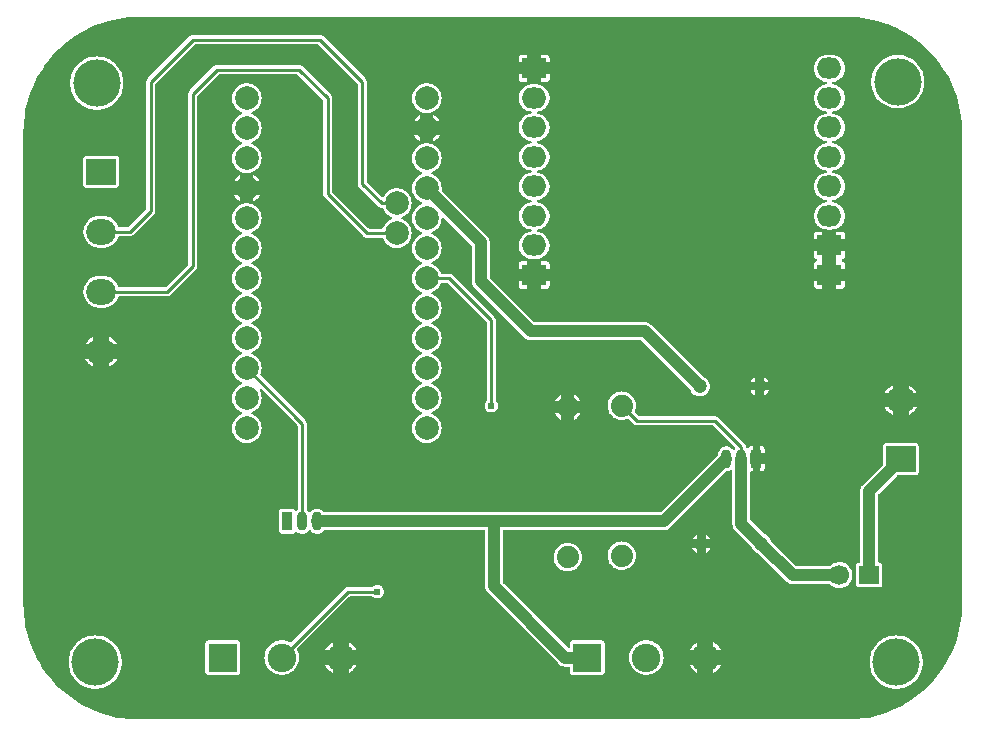
<source format=gtl>
G04 Layer: TopLayer*
G04 EasyEDA v6.5.47, 2024-09-23 12:58:21*
G04 38ad9990bc604fb2ba1212fbd044b429,455023a0ac88494abd61f565c8365122,10*
G04 Gerber Generator version 0.2*
G04 Scale: 100 percent, Rotated: No, Reflected: No *
G04 Dimensions in millimeters *
G04 leading zeros omitted , absolute positions ,4 integer and 5 decimal *
%FSLAX45Y45*%
%MOMM*%

%ADD10C,1.0000*%
%ADD11C,0.2540*%
%ADD12R,2.5000X2.2000*%
%ADD13O,2.4999949999999997X2.1999956000000003*%
%ADD14R,2.4130X2.4130*%
%ADD15C,2.4130*%
%ADD16C,1.8796*%
%ADD17C,1.2000*%
%ADD18R,2.1000X1.8000*%
%ADD19O,2.0999958X1.7999964*%
%ADD20R,0.9000X1.6000*%
%ADD21O,0.8999982X1.5999968*%
%ADD22C,2.0000*%
%ADD23R,1.7000X1.5748*%
%ADD24C,1.7000*%
%ADD25C,4.0000*%
%ADD26C,0.6100*%
%ADD27C,0.6200*%
%ADD28C,0.0113*%

%LPD*%
G36*
X1700174Y1025906D02*
G01*
X1656080Y1026921D01*
X1612442Y1029868D01*
X1569008Y1034745D01*
X1525828Y1041603D01*
X1483004Y1050391D01*
X1440637Y1061059D01*
X1398778Y1073658D01*
X1357528Y1088085D01*
X1316939Y1104392D01*
X1277162Y1122476D01*
X1238199Y1142339D01*
X1200200Y1163929D01*
X1163167Y1187196D01*
X1127252Y1212088D01*
X1092504Y1238554D01*
X1058926Y1266596D01*
X1026668Y1296111D01*
X995781Y1326997D01*
X966317Y1359306D01*
X938276Y1392834D01*
X911809Y1427632D01*
X886917Y1463548D01*
X863701Y1500581D01*
X842111Y1538630D01*
X822299Y1577543D01*
X804214Y1617370D01*
X787958Y1657959D01*
X773531Y1699209D01*
X760984Y1741068D01*
X750265Y1783486D01*
X741527Y1826310D01*
X734720Y1869490D01*
X729843Y1912924D01*
X726897Y1956511D01*
X725932Y2000402D01*
X725932Y5999581D01*
X726897Y6043930D01*
X729843Y6087516D01*
X734771Y6130950D01*
X741629Y6174130D01*
X750366Y6216954D01*
X761085Y6259372D01*
X773684Y6301232D01*
X788111Y6342481D01*
X804418Y6383020D01*
X822502Y6422847D01*
X842314Y6461760D01*
X863904Y6499809D01*
X887171Y6536791D01*
X912063Y6572707D01*
X938580Y6607505D01*
X966571Y6641033D01*
X996086Y6673291D01*
X1027023Y6704228D01*
X1059281Y6733692D01*
X1092860Y6761683D01*
X1127607Y6788150D01*
X1163574Y6813042D01*
X1200607Y6836308D01*
X1238605Y6857847D01*
X1277569Y6877710D01*
X1317345Y6895795D01*
X1357934Y6912051D01*
X1399184Y6926478D01*
X1441094Y6939025D01*
X1483461Y6949694D01*
X1526286Y6958431D01*
X1569466Y6965289D01*
X1612900Y6970166D01*
X1656537Y6973112D01*
X1700377Y6974078D01*
X7699603Y6974078D01*
X7743901Y6973062D01*
X7787538Y6970115D01*
X7830972Y6965238D01*
X7874152Y6958380D01*
X7916976Y6949592D01*
X7959344Y6938924D01*
X8001203Y6926325D01*
X8042452Y6911898D01*
X8083042Y6895592D01*
X8122818Y6877507D01*
X8161781Y6857644D01*
X8199780Y6836054D01*
X8236813Y6812788D01*
X8272729Y6787896D01*
X8307476Y6761429D01*
X8341055Y6733387D01*
X8373313Y6703872D01*
X8404199Y6672986D01*
X8433663Y6640677D01*
X8461705Y6607149D01*
X8488172Y6572351D01*
X8513064Y6536435D01*
X8536279Y6499402D01*
X8557869Y6461353D01*
X8577681Y6422440D01*
X8595766Y6382613D01*
X8612022Y6342024D01*
X8626449Y6300774D01*
X8638997Y6258915D01*
X8649716Y6216497D01*
X8658453Y6173673D01*
X8665260Y6130493D01*
X8670137Y6087059D01*
X8673084Y6043472D01*
X8674100Y5999581D01*
X8674100Y2000402D01*
X8673084Y1956054D01*
X8670137Y1912467D01*
X8665210Y1869033D01*
X8658352Y1825853D01*
X8649614Y1783029D01*
X8638895Y1740611D01*
X8626297Y1698752D01*
X8611870Y1657502D01*
X8595563Y1616964D01*
X8577478Y1577136D01*
X8557666Y1538224D01*
X8536076Y1500174D01*
X8512810Y1463192D01*
X8487918Y1427276D01*
X8461400Y1392478D01*
X8433409Y1358950D01*
X8403894Y1326692D01*
X8372957Y1295755D01*
X8340699Y1266291D01*
X8307120Y1238300D01*
X8272373Y1211834D01*
X8236407Y1186942D01*
X8199374Y1163675D01*
X8161375Y1142136D01*
X8122412Y1122273D01*
X8082635Y1104188D01*
X8042046Y1087932D01*
X8000796Y1073505D01*
X7958886Y1060958D01*
X7916519Y1050290D01*
X7873695Y1041552D01*
X7830515Y1034694D01*
X7787081Y1029817D01*
X7743444Y1026871D01*
X7699603Y1025906D01*
G37*

%LPC*%
G36*
X8115300Y1285392D02*
G01*
X8136128Y1286357D01*
X8156803Y1289253D01*
X8177123Y1294028D01*
X8196884Y1300632D01*
X8215985Y1309065D01*
X8234222Y1319225D01*
X8251444Y1331010D01*
X8267496Y1344371D01*
X8282228Y1359103D01*
X8295589Y1375156D01*
X8307374Y1392377D01*
X8317534Y1410614D01*
X8325967Y1429715D01*
X8332571Y1449476D01*
X8337346Y1469796D01*
X8340242Y1490472D01*
X8341207Y1511300D01*
X8340242Y1532128D01*
X8337346Y1552803D01*
X8332571Y1573123D01*
X8325967Y1592884D01*
X8317534Y1611985D01*
X8307374Y1630222D01*
X8295589Y1647443D01*
X8282228Y1663496D01*
X8267496Y1678228D01*
X8251444Y1691589D01*
X8234222Y1703374D01*
X8215985Y1713534D01*
X8196884Y1721967D01*
X8177123Y1728571D01*
X8156803Y1733346D01*
X8136128Y1736242D01*
X8115300Y1737207D01*
X8094472Y1736242D01*
X8073796Y1733346D01*
X8053476Y1728571D01*
X8033715Y1721967D01*
X8014614Y1713534D01*
X7996377Y1703374D01*
X7979156Y1691589D01*
X7963103Y1678228D01*
X7948371Y1663496D01*
X7935010Y1647443D01*
X7923225Y1630222D01*
X7913065Y1611985D01*
X7904632Y1592884D01*
X7898028Y1573123D01*
X7893253Y1552803D01*
X7890357Y1532128D01*
X7889392Y1511300D01*
X7890357Y1490472D01*
X7893253Y1469796D01*
X7898028Y1449476D01*
X7904632Y1429715D01*
X7913065Y1410614D01*
X7923225Y1392377D01*
X7935010Y1375156D01*
X7948371Y1359103D01*
X7963103Y1344371D01*
X7979156Y1331010D01*
X7996377Y1319225D01*
X8014614Y1309065D01*
X8033715Y1300632D01*
X8053476Y1294028D01*
X8073796Y1289253D01*
X8094472Y1286357D01*
G37*
G36*
X1333500Y1285392D02*
G01*
X1354328Y1286357D01*
X1375003Y1289253D01*
X1395323Y1294028D01*
X1415084Y1300632D01*
X1434185Y1309065D01*
X1452422Y1319225D01*
X1469644Y1331010D01*
X1485696Y1344371D01*
X1500428Y1359103D01*
X1513789Y1375156D01*
X1525574Y1392377D01*
X1535734Y1410614D01*
X1544167Y1429715D01*
X1550771Y1449476D01*
X1555546Y1469796D01*
X1558442Y1490472D01*
X1559407Y1511300D01*
X1558442Y1532128D01*
X1555546Y1552803D01*
X1550771Y1573123D01*
X1544167Y1592884D01*
X1535734Y1611985D01*
X1525574Y1630222D01*
X1513789Y1647443D01*
X1500428Y1663496D01*
X1485696Y1678228D01*
X1469644Y1691589D01*
X1452422Y1703374D01*
X1434185Y1713534D01*
X1415084Y1721967D01*
X1395323Y1728571D01*
X1375003Y1733346D01*
X1354328Y1736242D01*
X1333500Y1737207D01*
X1312672Y1736242D01*
X1291996Y1733346D01*
X1271676Y1728571D01*
X1251915Y1721967D01*
X1232814Y1713534D01*
X1214577Y1703374D01*
X1197356Y1691589D01*
X1181303Y1678228D01*
X1166571Y1663496D01*
X1153210Y1647443D01*
X1141425Y1630222D01*
X1131265Y1611985D01*
X1122832Y1592884D01*
X1116228Y1573123D01*
X1111453Y1552803D01*
X1108557Y1532128D01*
X1107592Y1511300D01*
X1108557Y1490472D01*
X1111453Y1469796D01*
X1116228Y1449476D01*
X1122832Y1429715D01*
X1131265Y1410614D01*
X1141425Y1392377D01*
X1153210Y1375156D01*
X1166571Y1359103D01*
X1181303Y1344371D01*
X1197356Y1331010D01*
X1214577Y1319225D01*
X1232814Y1309065D01*
X1251915Y1300632D01*
X1271676Y1294028D01*
X1291996Y1289253D01*
X1312672Y1286357D01*
G37*
G36*
X5999124Y1402842D02*
G01*
X6015482Y1403756D01*
X6031687Y1406550D01*
X6047486Y1411071D01*
X6062675Y1417370D01*
X6077051Y1425295D01*
X6090462Y1434846D01*
X6102705Y1445768D01*
X6113678Y1458010D01*
X6123178Y1471422D01*
X6131153Y1485798D01*
X6137402Y1500987D01*
X6141974Y1516786D01*
X6144717Y1532991D01*
X6145631Y1549400D01*
X6144717Y1565808D01*
X6141974Y1582013D01*
X6137402Y1597812D01*
X6131153Y1613001D01*
X6123178Y1627378D01*
X6113678Y1640789D01*
X6102705Y1653032D01*
X6090462Y1663954D01*
X6077051Y1673504D01*
X6062675Y1681429D01*
X6047486Y1687728D01*
X6031687Y1692249D01*
X6015482Y1695043D01*
X5999124Y1695957D01*
X5982716Y1695043D01*
X5966510Y1692249D01*
X5950712Y1687728D01*
X5935522Y1681429D01*
X5921146Y1673504D01*
X5907735Y1663954D01*
X5895492Y1653032D01*
X5884519Y1640789D01*
X5875020Y1627378D01*
X5867044Y1613001D01*
X5860796Y1597812D01*
X5856224Y1582013D01*
X5853480Y1565808D01*
X5852566Y1549400D01*
X5853480Y1532991D01*
X5856224Y1516786D01*
X5860796Y1500987D01*
X5867044Y1485798D01*
X5875020Y1471422D01*
X5884519Y1458010D01*
X5895492Y1445768D01*
X5907735Y1434846D01*
X5921146Y1425295D01*
X5935522Y1417370D01*
X5950712Y1411071D01*
X5966510Y1406550D01*
X5982716Y1403756D01*
G37*
G36*
X2292908Y1402842D02*
G01*
X2533091Y1402842D01*
X2539390Y1403553D01*
X2544876Y1405483D01*
X2549753Y1408531D01*
X2553868Y1412646D01*
X2556916Y1417523D01*
X2558846Y1423009D01*
X2559558Y1429308D01*
X2559558Y1669491D01*
X2558846Y1675790D01*
X2556916Y1681276D01*
X2553868Y1686153D01*
X2549753Y1690268D01*
X2544876Y1693316D01*
X2539390Y1695246D01*
X2533091Y1695957D01*
X2292908Y1695957D01*
X2286609Y1695246D01*
X2281123Y1693316D01*
X2276246Y1690268D01*
X2272131Y1686153D01*
X2269083Y1681276D01*
X2267153Y1675790D01*
X2266442Y1669491D01*
X2266442Y1429308D01*
X2267153Y1423009D01*
X2269083Y1417523D01*
X2272131Y1412646D01*
X2276246Y1408531D01*
X2281123Y1405483D01*
X2286609Y1403553D01*
G37*
G36*
X2913024Y1402842D02*
G01*
X2929382Y1403756D01*
X2945587Y1406550D01*
X2961386Y1411071D01*
X2976575Y1417370D01*
X2990951Y1425295D01*
X3004362Y1434846D01*
X3016605Y1445768D01*
X3027578Y1458010D01*
X3037078Y1471422D01*
X3045053Y1485798D01*
X3051302Y1500987D01*
X3055874Y1516786D01*
X3058617Y1532991D01*
X3059531Y1549400D01*
X3058617Y1565808D01*
X3055874Y1582013D01*
X3051302Y1597812D01*
X3045053Y1613001D01*
X3043783Y1615186D01*
X3042564Y1619351D01*
X3043174Y1623669D01*
X3045510Y1627327D01*
X3484829Y2066594D01*
X3488131Y2068830D01*
X3491992Y2069592D01*
X3676091Y2069592D01*
X3679951Y2068830D01*
X3683254Y2066594D01*
X3684879Y2065020D01*
X3692906Y2059381D01*
X3701796Y2055215D01*
X3711295Y2052675D01*
X3721100Y2051812D01*
X3730904Y2052675D01*
X3740404Y2055215D01*
X3749294Y2059381D01*
X3757320Y2065020D01*
X3764279Y2071979D01*
X3769918Y2080006D01*
X3774084Y2088896D01*
X3776624Y2098395D01*
X3777487Y2108200D01*
X3776624Y2118004D01*
X3774084Y2127504D01*
X3769918Y2136394D01*
X3764279Y2144420D01*
X3757320Y2151380D01*
X3749294Y2157018D01*
X3740404Y2161184D01*
X3730904Y2163724D01*
X3721100Y2164588D01*
X3711295Y2163724D01*
X3701796Y2161184D01*
X3692906Y2157018D01*
X3684879Y2151380D01*
X3683254Y2149805D01*
X3679951Y2147570D01*
X3676091Y2146808D01*
X3472281Y2146808D01*
X3464255Y2145995D01*
X3457041Y2143810D01*
X3450386Y2140254D01*
X3444138Y2135124D01*
X2990900Y1681886D01*
X2987243Y1679549D01*
X2982976Y1678939D01*
X2978810Y1680210D01*
X2976575Y1681429D01*
X2961386Y1687728D01*
X2945587Y1692249D01*
X2929382Y1695043D01*
X2913024Y1695957D01*
X2896616Y1695043D01*
X2880410Y1692249D01*
X2864612Y1687728D01*
X2849422Y1681429D01*
X2835046Y1673504D01*
X2821635Y1663954D01*
X2809392Y1653032D01*
X2798419Y1640789D01*
X2788920Y1627378D01*
X2780944Y1613001D01*
X2774696Y1597812D01*
X2770124Y1582013D01*
X2767380Y1565808D01*
X2766466Y1549400D01*
X2767380Y1532991D01*
X2770124Y1516786D01*
X2774696Y1500987D01*
X2780944Y1485798D01*
X2788920Y1471422D01*
X2798419Y1458010D01*
X2809392Y1445768D01*
X2821635Y1434846D01*
X2835046Y1425295D01*
X2849422Y1417370D01*
X2864612Y1411071D01*
X2880410Y1406550D01*
X2896616Y1403756D01*
G37*
G36*
X5379008Y1402842D02*
G01*
X5619191Y1402842D01*
X5625490Y1403553D01*
X5630976Y1405483D01*
X5635853Y1408531D01*
X5639968Y1412646D01*
X5643016Y1417523D01*
X5644946Y1423009D01*
X5645658Y1429308D01*
X5645658Y1669491D01*
X5644946Y1675790D01*
X5643016Y1681276D01*
X5639968Y1686153D01*
X5635853Y1690268D01*
X5630976Y1693316D01*
X5625490Y1695246D01*
X5619191Y1695957D01*
X5379008Y1695957D01*
X5372709Y1695246D01*
X5367223Y1693316D01*
X5362346Y1690268D01*
X5358231Y1686153D01*
X5355183Y1681276D01*
X5353253Y1675790D01*
X5352542Y1669491D01*
X5352542Y1642110D01*
X5351780Y1638249D01*
X5349544Y1634947D01*
X5346293Y1632712D01*
X5342382Y1631950D01*
X5338470Y1632712D01*
X5335219Y1634947D01*
X4789271Y2180844D01*
X4787087Y2184146D01*
X4786325Y2188006D01*
X4786325Y2619044D01*
X4787087Y2622905D01*
X4789271Y2626207D01*
X4792573Y2628442D01*
X4796485Y2629204D01*
X6150965Y2629255D01*
X6159804Y2630068D01*
X6162243Y2630474D01*
X6170879Y2632608D01*
X6181445Y2636774D01*
X6183630Y2637891D01*
X6191250Y2642514D01*
X6200089Y2649575D01*
X6676136Y3125571D01*
X6679082Y3127603D01*
X6682536Y3128518D01*
X6688277Y3128975D01*
X6699097Y3131566D01*
X6709359Y3135833D01*
X6712813Y3137916D01*
X6716877Y3139338D01*
X6721144Y3138982D01*
X6724853Y3136900D01*
X6727393Y3133445D01*
X6728307Y3129280D01*
X6728358Y2680055D01*
X6729171Y2671216D01*
X6729577Y2668778D01*
X6731711Y2660142D01*
X6732473Y2657805D01*
X6735876Y2649575D01*
X6736994Y2647391D01*
X6741617Y2639771D01*
X6748678Y2630932D01*
X6888784Y2490774D01*
X6891121Y2487117D01*
X6894169Y2478938D01*
X6900062Y2468168D01*
X6907377Y2458364D01*
X6916064Y2449677D01*
X6925868Y2442362D01*
X6936638Y2436469D01*
X6944817Y2433421D01*
X6948474Y2431084D01*
X7187234Y2192375D01*
X7196074Y2185314D01*
X7203694Y2180691D01*
X7205878Y2179574D01*
X7214108Y2176170D01*
X7216444Y2175408D01*
X7225080Y2173274D01*
X7227519Y2172868D01*
X7236358Y2172055D01*
X7547762Y2172004D01*
X7551420Y2171293D01*
X7554569Y2169363D01*
X7563561Y2161184D01*
X7575194Y2153056D01*
X7587792Y2146503D01*
X7601153Y2141575D01*
X7615021Y2138426D01*
X7629144Y2137054D01*
X7643368Y2137511D01*
X7657388Y2139797D01*
X7671003Y2143810D01*
X7684008Y2149602D01*
X7696149Y2156968D01*
X7707274Y2165807D01*
X7717129Y2176018D01*
X7725613Y2187397D01*
X7732623Y2199792D01*
X7737957Y2212949D01*
X7741564Y2226716D01*
X7743342Y2240788D01*
X7743342Y2255012D01*
X7741564Y2269083D01*
X7737957Y2282850D01*
X7732623Y2296007D01*
X7725613Y2308402D01*
X7717129Y2319782D01*
X7707274Y2329992D01*
X7696149Y2338832D01*
X7684008Y2346198D01*
X7671003Y2351938D01*
X7657388Y2356002D01*
X7643368Y2358288D01*
X7629144Y2358745D01*
X7615021Y2357374D01*
X7601153Y2354224D01*
X7587792Y2349296D01*
X7575194Y2342743D01*
X7563561Y2334615D01*
X7554569Y2326436D01*
X7551420Y2324506D01*
X7547762Y2323795D01*
X7274661Y2323795D01*
X7270750Y2324557D01*
X7267448Y2326792D01*
X7055815Y2538425D01*
X7053478Y2542082D01*
X7050430Y2550261D01*
X7044537Y2561031D01*
X7037222Y2570835D01*
X7028535Y2579522D01*
X7018731Y2586837D01*
X7007961Y2592730D01*
X6999782Y2595778D01*
X6996125Y2598115D01*
X6883095Y2711145D01*
X6880859Y2714447D01*
X6880098Y2718358D01*
X6880098Y3117900D01*
X6880859Y3121761D01*
X6883095Y3125063D01*
X6886397Y3127298D01*
X6890258Y3128060D01*
X6902348Y3128060D01*
X6902348Y3187598D01*
X6890258Y3187598D01*
X6886397Y3188360D01*
X6883095Y3190595D01*
X6880859Y3193897D01*
X6880098Y3197758D01*
X6880098Y3233623D01*
X6879234Y3245307D01*
X6876694Y3256330D01*
X6875830Y3258616D01*
X6875119Y3262223D01*
X6875018Y3270046D01*
X6875780Y3273958D01*
X6877964Y3277311D01*
X6881266Y3279546D01*
X6885178Y3280308D01*
X6902348Y3280308D01*
X6902348Y3339846D01*
X6886752Y3339846D01*
X6880453Y3339134D01*
X6874967Y3337255D01*
X6870090Y3334156D01*
X6865975Y3330092D01*
X6863689Y3326384D01*
X6860641Y3323285D01*
X6856628Y3321761D01*
X6852310Y3322015D01*
X6848500Y3324047D01*
X6845960Y3326180D01*
X6843572Y3329228D01*
X6842455Y3332937D01*
X6841947Y3337966D01*
X6839762Y3345179D01*
X6836206Y3351885D01*
X6831075Y3358083D01*
X6606235Y3582924D01*
X6600037Y3588054D01*
X6593331Y3591610D01*
X6586118Y3593795D01*
X6578092Y3594608D01*
X5938418Y3594608D01*
X5934506Y3595370D01*
X5931204Y3597605D01*
X5903722Y3625037D01*
X5901588Y3628186D01*
X5900775Y3631895D01*
X5901334Y3635603D01*
X5906516Y3650183D01*
X5909665Y3664610D01*
X5911037Y3679291D01*
X5910580Y3694074D01*
X5908294Y3708654D01*
X5904230Y3722827D01*
X5898489Y3736441D01*
X5891123Y3749192D01*
X5882233Y3760978D01*
X5871972Y3771595D01*
X5860440Y3780840D01*
X5847892Y3788613D01*
X5834481Y3794760D01*
X5820460Y3799230D01*
X5805932Y3801973D01*
X5791200Y3802887D01*
X5776468Y3801973D01*
X5761939Y3799230D01*
X5747918Y3794760D01*
X5734507Y3788613D01*
X5721959Y3780840D01*
X5710428Y3771595D01*
X5700166Y3760978D01*
X5691276Y3749192D01*
X5683910Y3736441D01*
X5678170Y3722827D01*
X5674106Y3708654D01*
X5671820Y3694074D01*
X5671413Y3679291D01*
X5672734Y3664610D01*
X5675884Y3650183D01*
X5680811Y3636264D01*
X5687415Y3623056D01*
X5695543Y3610762D01*
X5705144Y3599535D01*
X5716066Y3589629D01*
X5728106Y3581095D01*
X5741111Y3574084D01*
X5754878Y3568750D01*
X5769152Y3565194D01*
X5783834Y3563365D01*
X5798566Y3563365D01*
X5813247Y3565194D01*
X5827522Y3568750D01*
X5838139Y3572865D01*
X5842000Y3573576D01*
X5845759Y3572764D01*
X5849010Y3570579D01*
X5890564Y3529076D01*
X5896762Y3523945D01*
X5903468Y3520389D01*
X5910681Y3518204D01*
X5918708Y3517392D01*
X6558381Y3517392D01*
X6562293Y3516629D01*
X6565595Y3514394D01*
X6750608Y3329381D01*
X6752742Y3326282D01*
X6753555Y3322624D01*
X6752996Y3318916D01*
X6751116Y3315614D01*
X6748424Y3312464D01*
X6744970Y3309823D01*
X6740702Y3308908D01*
X6736435Y3309823D01*
X6732981Y3312464D01*
X6727342Y3319068D01*
X6718858Y3326282D01*
X6709359Y3332124D01*
X6699097Y3336391D01*
X6688277Y3338982D01*
X6677202Y3339846D01*
X6666128Y3338982D01*
X6655308Y3336391D01*
X6645046Y3332124D01*
X6635546Y3326282D01*
X6627063Y3319068D01*
X6619849Y3310636D01*
X6614058Y3301136D01*
X6609791Y3290874D01*
X6607200Y3280054D01*
X6606743Y3274314D01*
X6605828Y3270859D01*
X6603796Y3267913D01*
X6119876Y2783992D01*
X6116574Y2781808D01*
X6112662Y2780995D01*
X3275787Y2780995D01*
X3271520Y2781960D01*
X3268014Y2784551D01*
X3263239Y2790240D01*
X3254756Y2797454D01*
X3245256Y2803245D01*
X3234994Y2807512D01*
X3224174Y2810103D01*
X3213100Y2810967D01*
X3202025Y2810103D01*
X3191205Y2807512D01*
X3180943Y2803245D01*
X3171444Y2797454D01*
X3162960Y2790240D01*
X3157321Y2783586D01*
X3153867Y2780944D01*
X3149600Y2780030D01*
X3145332Y2780944D01*
X3141878Y2783586D01*
X3136239Y2790240D01*
X3128264Y2796997D01*
X3125622Y2800451D01*
X3124708Y2804718D01*
X3124708Y3530092D01*
X3123895Y3538118D01*
X3121710Y3545382D01*
X3118154Y3552037D01*
X3113074Y3558235D01*
X2733141Y3938168D01*
X2730906Y3941572D01*
X2730144Y3945534D01*
X2731058Y3949496D01*
X2733903Y3955846D01*
X2738424Y3970375D01*
X2741168Y3985310D01*
X2742082Y4000500D01*
X2741168Y4015689D01*
X2738424Y4030624D01*
X2733903Y4045153D01*
X2727655Y4059021D01*
X2719781Y4072026D01*
X2710434Y4083964D01*
X2699664Y4094734D01*
X2687726Y4104081D01*
X2674721Y4111955D01*
X2660802Y4118254D01*
X2657602Y4120438D01*
X2655519Y4123690D01*
X2654808Y4127500D01*
X2655519Y4131310D01*
X2657602Y4134561D01*
X2660802Y4136745D01*
X2674721Y4143044D01*
X2687726Y4150918D01*
X2699664Y4160265D01*
X2710434Y4171035D01*
X2719781Y4182973D01*
X2727655Y4195978D01*
X2733903Y4209846D01*
X2738424Y4224375D01*
X2741168Y4239310D01*
X2742082Y4254500D01*
X2741168Y4269689D01*
X2738424Y4284624D01*
X2733903Y4299153D01*
X2727655Y4313021D01*
X2719781Y4326026D01*
X2710434Y4337964D01*
X2699664Y4348734D01*
X2687726Y4358081D01*
X2674721Y4365955D01*
X2660802Y4372254D01*
X2657602Y4374438D01*
X2655519Y4377690D01*
X2654808Y4381500D01*
X2655519Y4385310D01*
X2657602Y4388561D01*
X2660802Y4390745D01*
X2674721Y4397044D01*
X2687726Y4404918D01*
X2699664Y4414266D01*
X2710434Y4425035D01*
X2719781Y4436973D01*
X2727655Y4449978D01*
X2733903Y4463846D01*
X2738424Y4478375D01*
X2741168Y4493310D01*
X2742082Y4508500D01*
X2741168Y4523689D01*
X2738424Y4538624D01*
X2733903Y4553153D01*
X2727655Y4567021D01*
X2719781Y4580026D01*
X2710434Y4591964D01*
X2699664Y4602734D01*
X2687726Y4612081D01*
X2674721Y4619955D01*
X2660802Y4626254D01*
X2657602Y4628438D01*
X2655519Y4631690D01*
X2654808Y4635500D01*
X2655519Y4639310D01*
X2657602Y4642561D01*
X2660802Y4644745D01*
X2674721Y4651044D01*
X2687726Y4658918D01*
X2699664Y4668266D01*
X2710434Y4679035D01*
X2719781Y4690973D01*
X2727655Y4703978D01*
X2733903Y4717846D01*
X2738424Y4732375D01*
X2741168Y4747310D01*
X2742082Y4762500D01*
X2741168Y4777689D01*
X2738424Y4792624D01*
X2733903Y4807153D01*
X2727655Y4821021D01*
X2719781Y4834026D01*
X2710434Y4845964D01*
X2699664Y4856734D01*
X2687726Y4866081D01*
X2674721Y4873955D01*
X2660802Y4880254D01*
X2657602Y4882438D01*
X2655519Y4885690D01*
X2654808Y4889500D01*
X2655519Y4893310D01*
X2657602Y4896561D01*
X2660802Y4898745D01*
X2674721Y4905044D01*
X2687726Y4912918D01*
X2699664Y4922266D01*
X2710434Y4933035D01*
X2719781Y4944973D01*
X2727655Y4957978D01*
X2733903Y4971846D01*
X2738424Y4986375D01*
X2741168Y5001310D01*
X2742082Y5016500D01*
X2741168Y5031689D01*
X2738424Y5046624D01*
X2733903Y5061153D01*
X2727655Y5075021D01*
X2719781Y5088026D01*
X2710434Y5099964D01*
X2699664Y5110734D01*
X2687726Y5120081D01*
X2674721Y5127955D01*
X2660802Y5134254D01*
X2657602Y5136438D01*
X2655519Y5139690D01*
X2654808Y5143500D01*
X2655519Y5147310D01*
X2657602Y5150561D01*
X2660802Y5152745D01*
X2674721Y5159044D01*
X2687726Y5166918D01*
X2699664Y5176266D01*
X2710434Y5187035D01*
X2719781Y5198973D01*
X2727655Y5211978D01*
X2733903Y5225846D01*
X2738424Y5240375D01*
X2741168Y5255310D01*
X2742082Y5270500D01*
X2741168Y5285689D01*
X2738424Y5300624D01*
X2733903Y5315153D01*
X2727655Y5329021D01*
X2719781Y5342026D01*
X2710434Y5353964D01*
X2699664Y5364734D01*
X2687726Y5374081D01*
X2674721Y5381955D01*
X2660802Y5388254D01*
X2646324Y5392724D01*
X2631389Y5395468D01*
X2616200Y5396382D01*
X2601010Y5395468D01*
X2586075Y5392724D01*
X2571597Y5388254D01*
X2557678Y5381955D01*
X2544673Y5374081D01*
X2532735Y5364734D01*
X2521966Y5353964D01*
X2512618Y5342026D01*
X2504744Y5329021D01*
X2498496Y5315153D01*
X2493975Y5300624D01*
X2491232Y5285689D01*
X2490317Y5270500D01*
X2491232Y5255310D01*
X2493975Y5240375D01*
X2498496Y5225846D01*
X2504744Y5211978D01*
X2512618Y5198973D01*
X2521966Y5187035D01*
X2532735Y5176266D01*
X2544673Y5166918D01*
X2557678Y5159044D01*
X2571597Y5152745D01*
X2574798Y5150561D01*
X2576880Y5147310D01*
X2577592Y5143500D01*
X2576880Y5139690D01*
X2574798Y5136438D01*
X2571597Y5134254D01*
X2557678Y5127955D01*
X2544673Y5120081D01*
X2532735Y5110734D01*
X2521966Y5099964D01*
X2512618Y5088026D01*
X2504744Y5075021D01*
X2498496Y5061153D01*
X2493975Y5046624D01*
X2491232Y5031689D01*
X2490317Y5016500D01*
X2491232Y5001310D01*
X2493975Y4986375D01*
X2498496Y4971846D01*
X2504744Y4957978D01*
X2512618Y4944973D01*
X2521966Y4933035D01*
X2532735Y4922266D01*
X2544673Y4912918D01*
X2557678Y4905044D01*
X2571597Y4898745D01*
X2574798Y4896561D01*
X2576880Y4893310D01*
X2577592Y4889500D01*
X2576880Y4885690D01*
X2574798Y4882438D01*
X2571597Y4880254D01*
X2557678Y4873955D01*
X2544673Y4866081D01*
X2532735Y4856734D01*
X2521966Y4845964D01*
X2512618Y4834026D01*
X2504744Y4821021D01*
X2498496Y4807153D01*
X2493975Y4792624D01*
X2491232Y4777689D01*
X2490317Y4762500D01*
X2491232Y4747310D01*
X2493975Y4732375D01*
X2498496Y4717846D01*
X2504744Y4703978D01*
X2512618Y4690973D01*
X2521966Y4679035D01*
X2532735Y4668266D01*
X2544673Y4658918D01*
X2557678Y4651044D01*
X2571597Y4644745D01*
X2574798Y4642561D01*
X2576880Y4639310D01*
X2577592Y4635500D01*
X2576880Y4631690D01*
X2574798Y4628438D01*
X2571597Y4626254D01*
X2557678Y4619955D01*
X2544673Y4612081D01*
X2532735Y4602734D01*
X2521966Y4591964D01*
X2512618Y4580026D01*
X2504744Y4567021D01*
X2498496Y4553153D01*
X2493975Y4538624D01*
X2491232Y4523689D01*
X2490317Y4508500D01*
X2491232Y4493310D01*
X2493975Y4478375D01*
X2498496Y4463846D01*
X2504744Y4449978D01*
X2512618Y4436973D01*
X2521966Y4425035D01*
X2532735Y4414266D01*
X2544673Y4404918D01*
X2557678Y4397044D01*
X2571597Y4390745D01*
X2574798Y4388561D01*
X2576880Y4385310D01*
X2577592Y4381500D01*
X2576880Y4377690D01*
X2574798Y4374438D01*
X2571597Y4372254D01*
X2557678Y4365955D01*
X2544673Y4358081D01*
X2532735Y4348734D01*
X2521966Y4337964D01*
X2512618Y4326026D01*
X2504744Y4313021D01*
X2498496Y4299153D01*
X2493975Y4284624D01*
X2491232Y4269689D01*
X2490317Y4254500D01*
X2491232Y4239310D01*
X2493975Y4224375D01*
X2498496Y4209846D01*
X2504744Y4195978D01*
X2512618Y4182973D01*
X2521966Y4171035D01*
X2532735Y4160265D01*
X2544673Y4150918D01*
X2557678Y4143044D01*
X2571597Y4136745D01*
X2574798Y4134561D01*
X2576880Y4131310D01*
X2577592Y4127500D01*
X2576880Y4123690D01*
X2574798Y4120438D01*
X2571597Y4118254D01*
X2557678Y4111955D01*
X2544673Y4104081D01*
X2532735Y4094734D01*
X2521966Y4083964D01*
X2512618Y4072026D01*
X2504744Y4059021D01*
X2498496Y4045153D01*
X2493975Y4030624D01*
X2491232Y4015689D01*
X2490317Y4000500D01*
X2491232Y3985310D01*
X2493975Y3970375D01*
X2498496Y3955846D01*
X2504744Y3941978D01*
X2512618Y3928973D01*
X2521966Y3917035D01*
X2532735Y3906265D01*
X2544673Y3896918D01*
X2557678Y3889044D01*
X2571597Y3882745D01*
X2574798Y3880561D01*
X2576880Y3877310D01*
X2577592Y3873500D01*
X2576880Y3869690D01*
X2574798Y3866438D01*
X2571597Y3864254D01*
X2557678Y3857955D01*
X2544673Y3850081D01*
X2532735Y3840734D01*
X2521966Y3829964D01*
X2512618Y3818026D01*
X2504744Y3805021D01*
X2498496Y3791153D01*
X2493975Y3776624D01*
X2491232Y3761689D01*
X2490317Y3746500D01*
X2491232Y3731310D01*
X2493975Y3716375D01*
X2498496Y3701846D01*
X2504744Y3687978D01*
X2512618Y3674973D01*
X2521966Y3663035D01*
X2532735Y3652265D01*
X2544673Y3642918D01*
X2557678Y3635044D01*
X2571597Y3628745D01*
X2574798Y3626561D01*
X2576880Y3623310D01*
X2577592Y3619500D01*
X2576880Y3615690D01*
X2574798Y3612438D01*
X2571597Y3610254D01*
X2557678Y3603955D01*
X2544673Y3596081D01*
X2532735Y3586734D01*
X2521966Y3575964D01*
X2512618Y3564026D01*
X2504744Y3551021D01*
X2498496Y3537153D01*
X2493975Y3522624D01*
X2491232Y3507689D01*
X2490317Y3492500D01*
X2491232Y3477310D01*
X2493975Y3462375D01*
X2498496Y3447846D01*
X2504744Y3433978D01*
X2512618Y3420973D01*
X2521966Y3409035D01*
X2532735Y3398265D01*
X2544673Y3388918D01*
X2557678Y3381044D01*
X2571546Y3374796D01*
X2586075Y3370275D01*
X2601010Y3367532D01*
X2616200Y3366617D01*
X2631389Y3367532D01*
X2646324Y3370275D01*
X2660853Y3374796D01*
X2674721Y3381044D01*
X2687726Y3388918D01*
X2699664Y3398265D01*
X2710434Y3409035D01*
X2719781Y3420973D01*
X2727655Y3433978D01*
X2733903Y3447846D01*
X2738424Y3462375D01*
X2741168Y3477310D01*
X2742082Y3492500D01*
X2741168Y3507689D01*
X2738424Y3522624D01*
X2733903Y3537153D01*
X2727655Y3551021D01*
X2719781Y3564026D01*
X2710434Y3575964D01*
X2699664Y3586734D01*
X2687726Y3596081D01*
X2674721Y3603955D01*
X2660802Y3610254D01*
X2657602Y3612438D01*
X2655519Y3615690D01*
X2654808Y3619500D01*
X2655519Y3623310D01*
X2657602Y3626561D01*
X2660802Y3628745D01*
X2674721Y3635044D01*
X2687726Y3642918D01*
X2699664Y3652265D01*
X2710434Y3663035D01*
X2719781Y3674973D01*
X2727655Y3687978D01*
X2733903Y3701846D01*
X2738424Y3716375D01*
X2741168Y3731310D01*
X2742082Y3746500D01*
X2741168Y3761689D01*
X2738424Y3776624D01*
X2733903Y3791153D01*
X2727655Y3805021D01*
X2725978Y3807815D01*
X2724607Y3811778D01*
X2724912Y3815943D01*
X2726893Y3819601D01*
X2730195Y3822192D01*
X2734208Y3823208D01*
X2738323Y3822547D01*
X2741828Y3820261D01*
X3044494Y3517595D01*
X3046730Y3514293D01*
X3047492Y3510381D01*
X3047492Y2804718D01*
X3046577Y2800502D01*
X3043936Y2796997D01*
X3041802Y2795219D01*
X3037992Y2793136D01*
X3033674Y2792882D01*
X3029661Y2794457D01*
X3026613Y2797505D01*
X3024327Y2801213D01*
X3020212Y2805328D01*
X3015335Y2808376D01*
X3009849Y2810306D01*
X3003550Y2811018D01*
X2914650Y2811018D01*
X2908350Y2810306D01*
X2902864Y2808376D01*
X2897987Y2805328D01*
X2893872Y2801213D01*
X2890824Y2796336D01*
X2888894Y2790850D01*
X2888183Y2784551D01*
X2888183Y2625648D01*
X2888894Y2619349D01*
X2890824Y2613863D01*
X2893872Y2608986D01*
X2897987Y2604871D01*
X2902864Y2601823D01*
X2908350Y2599893D01*
X2914650Y2599182D01*
X3003550Y2599182D01*
X3009849Y2599893D01*
X3015335Y2601823D01*
X3020212Y2604871D01*
X3024327Y2608986D01*
X3026613Y2612694D01*
X3029661Y2615742D01*
X3033674Y2617317D01*
X3037992Y2617063D01*
X3041802Y2614980D01*
X3044444Y2612745D01*
X3053943Y2606954D01*
X3064205Y2602687D01*
X3075025Y2600096D01*
X3086100Y2599232D01*
X3097174Y2600096D01*
X3107994Y2602687D01*
X3118256Y2606954D01*
X3127756Y2612745D01*
X3136239Y2619959D01*
X3141878Y2626614D01*
X3145332Y2629255D01*
X3149600Y2630170D01*
X3153867Y2629255D01*
X3157321Y2626614D01*
X3162960Y2619959D01*
X3171444Y2612745D01*
X3180943Y2606954D01*
X3191205Y2602687D01*
X3202025Y2600096D01*
X3213100Y2599232D01*
X3224174Y2600096D01*
X3234994Y2602687D01*
X3245256Y2606954D01*
X3254756Y2612745D01*
X3263239Y2619959D01*
X3268065Y2625648D01*
X3271520Y2628239D01*
X3275787Y2629204D01*
X4624324Y2629204D01*
X4628235Y2628442D01*
X4631537Y2626207D01*
X4633722Y2622905D01*
X4634484Y2619044D01*
X4634534Y2149703D01*
X4635398Y2140864D01*
X4635804Y2138426D01*
X4637938Y2129840D01*
X4638700Y2127504D01*
X4642104Y2119274D01*
X4643221Y2117090D01*
X4647793Y2109470D01*
X4649216Y2107438D01*
X4654905Y2100630D01*
X5261610Y1493875D01*
X5270449Y1486814D01*
X5278069Y1482191D01*
X5280253Y1481074D01*
X5290820Y1476908D01*
X5299456Y1474774D01*
X5301894Y1474368D01*
X5310733Y1473555D01*
X5342382Y1473504D01*
X5346293Y1472742D01*
X5349544Y1470507D01*
X5351780Y1467205D01*
X5352542Y1463344D01*
X5352542Y1429308D01*
X5353253Y1423009D01*
X5355183Y1417523D01*
X5358231Y1412646D01*
X5362346Y1408531D01*
X5367223Y1405483D01*
X5372709Y1403553D01*
G37*
G36*
X3346348Y1419098D02*
G01*
X3346348Y1482699D01*
X3282696Y1482699D01*
X3288893Y1471422D01*
X3298444Y1458010D01*
X3309365Y1445768D01*
X3321608Y1434846D01*
X3335020Y1425295D01*
G37*
G36*
X3479698Y1419098D02*
G01*
X3490976Y1425295D01*
X3504387Y1434846D01*
X3516629Y1445768D01*
X3527551Y1458010D01*
X3537102Y1471422D01*
X3543300Y1482699D01*
X3479698Y1482699D01*
G37*
G36*
X6565798Y1419098D02*
G01*
X6577075Y1425295D01*
X6590487Y1434846D01*
X6602730Y1445768D01*
X6613652Y1458010D01*
X6623202Y1471422D01*
X6629400Y1482699D01*
X6565798Y1482699D01*
G37*
G36*
X6432448Y1419098D02*
G01*
X6432448Y1482699D01*
X6368796Y1482699D01*
X6374993Y1471422D01*
X6384544Y1458010D01*
X6395466Y1445768D01*
X6407708Y1434846D01*
X6421120Y1425295D01*
G37*
G36*
X3479698Y1616049D02*
G01*
X3543300Y1616049D01*
X3537102Y1627378D01*
X3527551Y1640789D01*
X3516629Y1653032D01*
X3504387Y1663954D01*
X3490976Y1673504D01*
X3479698Y1679702D01*
G37*
G36*
X3282696Y1616049D02*
G01*
X3346348Y1616049D01*
X3346348Y1679702D01*
X3335020Y1673504D01*
X3321608Y1663954D01*
X3309365Y1653032D01*
X3298444Y1640789D01*
X3288893Y1627378D01*
G37*
G36*
X6368796Y1616049D02*
G01*
X6432448Y1616049D01*
X6432448Y1679702D01*
X6421120Y1673504D01*
X6407708Y1663954D01*
X6395466Y1653032D01*
X6384544Y1640789D01*
X6374993Y1627378D01*
G37*
G36*
X6565798Y1616049D02*
G01*
X6629400Y1616049D01*
X6623202Y1627378D01*
X6613652Y1640789D01*
X6602730Y1653032D01*
X6590487Y1663954D01*
X6577075Y1673504D01*
X6565798Y1679702D01*
G37*
G36*
X7802270Y2143252D02*
G01*
X7971129Y2143252D01*
X7977428Y2143963D01*
X7982915Y2145893D01*
X7987792Y2148941D01*
X7991906Y2153056D01*
X7995005Y2157933D01*
X7996885Y2163419D01*
X7997596Y2169718D01*
X7997596Y2326081D01*
X7996885Y2332380D01*
X7995005Y2337866D01*
X7991906Y2342743D01*
X7987792Y2346858D01*
X7982915Y2349906D01*
X7977428Y2351836D01*
X7971637Y2352497D01*
X7968081Y2353564D01*
X7965186Y2355799D01*
X7963255Y2358948D01*
X7962595Y2362606D01*
X7962595Y2927248D01*
X7963357Y2931160D01*
X7965592Y2934462D01*
X8121853Y3090722D01*
X8125155Y3092907D01*
X8129066Y3093720D01*
X8277809Y3093720D01*
X8284159Y3094431D01*
X8289594Y3096310D01*
X8294522Y3099409D01*
X8298586Y3103473D01*
X8301685Y3108401D01*
X8303615Y3113836D01*
X8304326Y3120186D01*
X8304326Y3339033D01*
X8303615Y3345383D01*
X8301685Y3350818D01*
X8298586Y3355746D01*
X8294522Y3359810D01*
X8289594Y3362909D01*
X8284159Y3364788D01*
X8277809Y3365500D01*
X8028990Y3365500D01*
X8022640Y3364788D01*
X8017205Y3362909D01*
X8012277Y3359810D01*
X8008213Y3355746D01*
X8005114Y3350818D01*
X8003184Y3345383D01*
X8002473Y3339033D01*
X8002473Y3190240D01*
X8001711Y3186379D01*
X7999526Y3183077D01*
X7831175Y3014675D01*
X7824114Y3005836D01*
X7819491Y2998216D01*
X7818374Y2996031D01*
X7814970Y2987802D01*
X7814208Y2985465D01*
X7812074Y2976829D01*
X7811668Y2974390D01*
X7810855Y2965551D01*
X7810804Y2362606D01*
X7810144Y2358948D01*
X7808214Y2355799D01*
X7805318Y2353564D01*
X7801762Y2352497D01*
X7795971Y2351836D01*
X7790484Y2349906D01*
X7785608Y2346858D01*
X7781493Y2342743D01*
X7778394Y2337866D01*
X7776514Y2332380D01*
X7775803Y2326081D01*
X7775803Y2169718D01*
X7776514Y2163419D01*
X7778394Y2157933D01*
X7781493Y2153056D01*
X7785608Y2148941D01*
X7790484Y2145893D01*
X7795971Y2143963D01*
G37*
G36*
X5334000Y2280412D02*
G01*
X5348732Y2281326D01*
X5363260Y2284069D01*
X5377281Y2288540D01*
X5390692Y2294686D01*
X5403240Y2302459D01*
X5414772Y2311704D01*
X5425033Y2322322D01*
X5433923Y2334107D01*
X5441289Y2346858D01*
X5447030Y2360472D01*
X5451094Y2374646D01*
X5453380Y2389225D01*
X5453837Y2404008D01*
X5452465Y2418689D01*
X5449316Y2433116D01*
X5444388Y2447036D01*
X5437784Y2460244D01*
X5429656Y2472537D01*
X5420055Y2483764D01*
X5409133Y2493670D01*
X5397093Y2502204D01*
X5384088Y2509215D01*
X5370322Y2514549D01*
X5356047Y2518105D01*
X5341366Y2519934D01*
X5326634Y2519934D01*
X5311952Y2518105D01*
X5297678Y2514549D01*
X5283911Y2509215D01*
X5270906Y2502204D01*
X5258866Y2493670D01*
X5247944Y2483764D01*
X5238343Y2472537D01*
X5230215Y2460244D01*
X5223611Y2447036D01*
X5218684Y2433116D01*
X5215534Y2418689D01*
X5214213Y2404008D01*
X5214620Y2389225D01*
X5216906Y2374646D01*
X5220970Y2360472D01*
X5226710Y2346858D01*
X5234076Y2334107D01*
X5242966Y2322322D01*
X5253228Y2311704D01*
X5264759Y2302459D01*
X5277307Y2294686D01*
X5290718Y2288540D01*
X5304739Y2284069D01*
X5319268Y2281326D01*
G37*
G36*
X5783834Y2293366D02*
G01*
X5798566Y2293366D01*
X5813247Y2295194D01*
X5827522Y2298750D01*
X5841288Y2304084D01*
X5854293Y2311095D01*
X5866333Y2319629D01*
X5877255Y2329535D01*
X5886856Y2340762D01*
X5894984Y2353056D01*
X5901588Y2366264D01*
X5906516Y2380183D01*
X5909665Y2394610D01*
X5911037Y2409291D01*
X5910580Y2424074D01*
X5908294Y2438654D01*
X5904230Y2452827D01*
X5898489Y2466441D01*
X5891123Y2479192D01*
X5882233Y2490978D01*
X5871972Y2501595D01*
X5860440Y2510840D01*
X5847892Y2518613D01*
X5834481Y2524760D01*
X5820460Y2529230D01*
X5805932Y2531973D01*
X5791200Y2532888D01*
X5776468Y2531973D01*
X5761939Y2529230D01*
X5747918Y2524760D01*
X5734507Y2518613D01*
X5721959Y2510840D01*
X5710428Y2501595D01*
X5700166Y2490978D01*
X5691276Y2479192D01*
X5683910Y2466441D01*
X5678170Y2452827D01*
X5674106Y2438654D01*
X5671820Y2424074D01*
X5671413Y2409291D01*
X5672734Y2394610D01*
X5675884Y2380183D01*
X5680811Y2366264D01*
X5687415Y2353056D01*
X5695543Y2340762D01*
X5705144Y2329535D01*
X5716066Y2319629D01*
X5728106Y2311095D01*
X5741111Y2304084D01*
X5754878Y2298750D01*
X5769152Y2295194D01*
G37*
G36*
X6500672Y2436825D02*
G01*
X6510731Y2442362D01*
X6520535Y2449677D01*
X6529222Y2458364D01*
X6536537Y2468168D01*
X6542074Y2478227D01*
X6500672Y2478227D01*
G37*
G36*
X6427927Y2436825D02*
G01*
X6427927Y2478227D01*
X6386525Y2478227D01*
X6392062Y2468168D01*
X6399377Y2458364D01*
X6408064Y2449677D01*
X6417868Y2442362D01*
G37*
G36*
X6386525Y2550972D02*
G01*
X6427927Y2550972D01*
X6427927Y2592374D01*
X6417868Y2586837D01*
X6408064Y2579522D01*
X6399377Y2570835D01*
X6392062Y2561031D01*
G37*
G36*
X6500672Y2550972D02*
G01*
X6542074Y2550972D01*
X6536537Y2561031D01*
X6529222Y2570835D01*
X6520535Y2579522D01*
X6510731Y2586837D01*
X6500672Y2592374D01*
G37*
G36*
X6960057Y3128060D02*
G01*
X6975652Y3128060D01*
X6981952Y3128772D01*
X6987438Y3130651D01*
X6992315Y3133750D01*
X6996430Y3137865D01*
X6999478Y3142742D01*
X7001408Y3148228D01*
X7002119Y3154527D01*
X7002119Y3187598D01*
X6960057Y3187598D01*
G37*
G36*
X6960057Y3280308D02*
G01*
X7002119Y3280308D01*
X7002119Y3313379D01*
X7001408Y3319729D01*
X6999478Y3325164D01*
X6996430Y3330092D01*
X6992315Y3334156D01*
X6987438Y3337255D01*
X6981952Y3339134D01*
X6975652Y3339846D01*
X6960057Y3339846D01*
G37*
G36*
X4140200Y3366617D02*
G01*
X4155389Y3367532D01*
X4170324Y3370275D01*
X4184853Y3374796D01*
X4198721Y3381044D01*
X4211726Y3388918D01*
X4223664Y3398265D01*
X4234434Y3409035D01*
X4243781Y3420973D01*
X4251655Y3433978D01*
X4257903Y3447846D01*
X4262424Y3462375D01*
X4265168Y3477310D01*
X4266082Y3492500D01*
X4265168Y3507689D01*
X4262424Y3522624D01*
X4257903Y3537153D01*
X4251655Y3551021D01*
X4243781Y3564026D01*
X4234434Y3575964D01*
X4223664Y3586734D01*
X4211726Y3596081D01*
X4198721Y3603955D01*
X4184802Y3610254D01*
X4181601Y3612438D01*
X4179519Y3615690D01*
X4178808Y3619500D01*
X4179519Y3623310D01*
X4181601Y3626561D01*
X4184802Y3628745D01*
X4198721Y3635044D01*
X4211726Y3642918D01*
X4223664Y3652265D01*
X4234434Y3663035D01*
X4243781Y3674973D01*
X4251655Y3687978D01*
X4257903Y3701846D01*
X4262424Y3716375D01*
X4265168Y3731310D01*
X4266082Y3746500D01*
X4265168Y3761689D01*
X4262424Y3776624D01*
X4257903Y3791153D01*
X4251655Y3805021D01*
X4243781Y3818026D01*
X4234434Y3829964D01*
X4223664Y3840734D01*
X4211726Y3850081D01*
X4198721Y3857955D01*
X4184802Y3864254D01*
X4181601Y3866438D01*
X4179519Y3869690D01*
X4178808Y3873500D01*
X4179519Y3877310D01*
X4181601Y3880561D01*
X4184802Y3882745D01*
X4198721Y3889044D01*
X4211726Y3896918D01*
X4223664Y3906265D01*
X4234434Y3917035D01*
X4243781Y3928973D01*
X4251655Y3941978D01*
X4257903Y3955846D01*
X4262424Y3970375D01*
X4265168Y3985310D01*
X4266082Y4000500D01*
X4265168Y4015689D01*
X4262424Y4030624D01*
X4257903Y4045153D01*
X4251655Y4059021D01*
X4243781Y4072026D01*
X4234434Y4083964D01*
X4223664Y4094734D01*
X4211726Y4104081D01*
X4198721Y4111955D01*
X4184802Y4118254D01*
X4181601Y4120438D01*
X4179519Y4123690D01*
X4178808Y4127500D01*
X4179519Y4131310D01*
X4181601Y4134561D01*
X4184802Y4136745D01*
X4198721Y4143044D01*
X4211726Y4150918D01*
X4223664Y4160265D01*
X4234434Y4171035D01*
X4243781Y4182973D01*
X4251655Y4195978D01*
X4257903Y4209846D01*
X4262424Y4224375D01*
X4265168Y4239310D01*
X4266082Y4254500D01*
X4265168Y4269689D01*
X4262424Y4284624D01*
X4257903Y4299153D01*
X4251655Y4313021D01*
X4243781Y4326026D01*
X4234434Y4337964D01*
X4223664Y4348734D01*
X4211726Y4358081D01*
X4198721Y4365955D01*
X4184802Y4372254D01*
X4181601Y4374438D01*
X4179519Y4377690D01*
X4178808Y4381500D01*
X4179519Y4385310D01*
X4181601Y4388561D01*
X4184802Y4390745D01*
X4198721Y4397044D01*
X4211726Y4404918D01*
X4223664Y4414266D01*
X4234434Y4425035D01*
X4243781Y4436973D01*
X4251655Y4449978D01*
X4257903Y4463846D01*
X4262424Y4478375D01*
X4265168Y4493310D01*
X4266082Y4508500D01*
X4265168Y4523689D01*
X4262424Y4538624D01*
X4257903Y4553153D01*
X4251655Y4567021D01*
X4243781Y4580026D01*
X4234434Y4591964D01*
X4223664Y4602734D01*
X4211726Y4612081D01*
X4198721Y4619955D01*
X4184802Y4626254D01*
X4181601Y4628438D01*
X4179519Y4631690D01*
X4178808Y4635500D01*
X4179519Y4639310D01*
X4181601Y4642561D01*
X4184802Y4644745D01*
X4198721Y4651044D01*
X4211726Y4658918D01*
X4223664Y4668266D01*
X4234434Y4679035D01*
X4243781Y4690973D01*
X4251655Y4703978D01*
X4257903Y4717897D01*
X4260138Y4721047D01*
X4263390Y4723180D01*
X4267200Y4723892D01*
X4310481Y4723892D01*
X4314393Y4723130D01*
X4317695Y4720894D01*
X4644694Y4393895D01*
X4646930Y4390593D01*
X4647692Y4386681D01*
X4647692Y3728974D01*
X4647133Y3725570D01*
X4645456Y3722573D01*
X4639157Y3714851D01*
X4634484Y3706418D01*
X4631283Y3697325D01*
X4629658Y3687826D01*
X4629658Y3678174D01*
X4631283Y3668674D01*
X4634484Y3659581D01*
X4639157Y3651148D01*
X4645253Y3643629D01*
X4652467Y3637279D01*
X4660696Y3632200D01*
X4669637Y3628644D01*
X4679086Y3626612D01*
X4688738Y3626154D01*
X4698288Y3627424D01*
X4707483Y3630218D01*
X4716119Y3634587D01*
X4723892Y3640328D01*
X4730546Y3647287D01*
X4735931Y3655263D01*
X4739944Y3664051D01*
X4742332Y3673398D01*
X4743196Y3683000D01*
X4742332Y3692601D01*
X4739944Y3701948D01*
X4735931Y3710736D01*
X4730546Y3718712D01*
X4727752Y3721658D01*
X4725619Y3724910D01*
X4724908Y3728720D01*
X4724908Y4406392D01*
X4724095Y4414418D01*
X4721910Y4421632D01*
X4718354Y4428337D01*
X4713224Y4434535D01*
X4358335Y4789424D01*
X4352137Y4794554D01*
X4345432Y4798110D01*
X4338218Y4800295D01*
X4330192Y4801108D01*
X4267200Y4801108D01*
X4263390Y4801819D01*
X4260138Y4803952D01*
X4257903Y4807102D01*
X4251655Y4821021D01*
X4243781Y4834026D01*
X4234434Y4845964D01*
X4223664Y4856734D01*
X4211726Y4866081D01*
X4198721Y4873955D01*
X4184802Y4880254D01*
X4181601Y4882438D01*
X4179519Y4885690D01*
X4178808Y4889500D01*
X4179519Y4893310D01*
X4181601Y4896561D01*
X4184802Y4898745D01*
X4198721Y4905044D01*
X4211726Y4912918D01*
X4223664Y4922266D01*
X4234434Y4933035D01*
X4243781Y4944973D01*
X4251655Y4957978D01*
X4257903Y4971846D01*
X4262424Y4986375D01*
X4265168Y5001310D01*
X4266082Y5016500D01*
X4265168Y5031689D01*
X4262424Y5046624D01*
X4257903Y5061153D01*
X4251655Y5075021D01*
X4243781Y5088026D01*
X4234434Y5099964D01*
X4223664Y5110734D01*
X4211726Y5120081D01*
X4198721Y5127955D01*
X4184802Y5134254D01*
X4181601Y5136438D01*
X4179519Y5139690D01*
X4178808Y5143500D01*
X4179519Y5147310D01*
X4181601Y5150561D01*
X4184802Y5152745D01*
X4198721Y5159044D01*
X4211726Y5166918D01*
X4223664Y5176266D01*
X4234434Y5187035D01*
X4243781Y5198973D01*
X4251655Y5211978D01*
X4257903Y5225846D01*
X4262424Y5240375D01*
X4265168Y5255310D01*
X4265930Y5267553D01*
X4266895Y5271312D01*
X4269181Y5274411D01*
X4272432Y5276443D01*
X4276242Y5277104D01*
X4280052Y5276291D01*
X4283252Y5274106D01*
X4519472Y5037886D01*
X4521657Y5034584D01*
X4522419Y5030724D01*
X4522470Y4733239D01*
X4523333Y4724400D01*
X4523740Y4721961D01*
X4525873Y4713376D01*
X4526635Y4711039D01*
X4530039Y4702810D01*
X4531156Y4700625D01*
X4535728Y4693005D01*
X4537151Y4690973D01*
X4542840Y4684166D01*
X4970373Y4256582D01*
X4979212Y4249521D01*
X4986832Y4244898D01*
X4989017Y4243781D01*
X4999583Y4239615D01*
X5008219Y4237482D01*
X5010658Y4237075D01*
X5019497Y4236262D01*
X5951931Y4236212D01*
X5955842Y4235450D01*
X5959144Y4233214D01*
X6368084Y3824274D01*
X6370421Y3820668D01*
X6373469Y3812438D01*
X6379362Y3801668D01*
X6386677Y3791864D01*
X6395364Y3783177D01*
X6405168Y3775862D01*
X6415938Y3769969D01*
X6427419Y3765702D01*
X6439357Y3763111D01*
X6451600Y3762197D01*
X6463842Y3763111D01*
X6475780Y3765702D01*
X6487261Y3769969D01*
X6498031Y3775862D01*
X6507835Y3783177D01*
X6516522Y3791864D01*
X6523837Y3801668D01*
X6529730Y3812438D01*
X6533997Y3823919D01*
X6536588Y3835857D01*
X6537502Y3848100D01*
X6536588Y3860342D01*
X6533997Y3872280D01*
X6529730Y3883761D01*
X6523837Y3894531D01*
X6516522Y3904335D01*
X6507835Y3913022D01*
X6498031Y3920337D01*
X6487261Y3926230D01*
X6479082Y3929278D01*
X6475425Y3931615D01*
X6039358Y4367631D01*
X6030518Y4374692D01*
X6022898Y4379315D01*
X6020714Y4380433D01*
X6012484Y4383836D01*
X6010148Y4384598D01*
X6001512Y4386732D01*
X5999073Y4387138D01*
X5990234Y4387951D01*
X5057800Y4388002D01*
X5053888Y4388815D01*
X5050586Y4390999D01*
X4677206Y4764379D01*
X4675022Y4767681D01*
X4674260Y4771542D01*
X4674209Y5069027D01*
X4673346Y5077866D01*
X4672939Y5080304D01*
X4670806Y5088940D01*
X4670044Y5091226D01*
X4666640Y5099456D01*
X4665522Y5101640D01*
X4660950Y5109260D01*
X4659528Y5111292D01*
X4653838Y5118150D01*
X4268266Y5503773D01*
X4265930Y5507380D01*
X4265320Y5511596D01*
X4266082Y5524500D01*
X4265168Y5539689D01*
X4262424Y5554624D01*
X4257903Y5569153D01*
X4251655Y5583021D01*
X4243781Y5596026D01*
X4234434Y5607964D01*
X4223664Y5618734D01*
X4211726Y5628081D01*
X4198721Y5635955D01*
X4184802Y5642254D01*
X4181601Y5644438D01*
X4179519Y5647690D01*
X4178808Y5651500D01*
X4179519Y5655310D01*
X4181601Y5658561D01*
X4184802Y5660745D01*
X4198721Y5667044D01*
X4211726Y5674918D01*
X4223664Y5684266D01*
X4234434Y5695035D01*
X4243781Y5706973D01*
X4251655Y5719978D01*
X4257903Y5733846D01*
X4262424Y5748375D01*
X4265168Y5763310D01*
X4266082Y5778500D01*
X4265168Y5793689D01*
X4262424Y5808624D01*
X4257903Y5823153D01*
X4251655Y5837021D01*
X4243781Y5850026D01*
X4234434Y5861964D01*
X4223664Y5872734D01*
X4211726Y5882081D01*
X4198721Y5889955D01*
X4184802Y5896254D01*
X4170324Y5900724D01*
X4155389Y5903468D01*
X4140200Y5904382D01*
X4125010Y5903468D01*
X4110075Y5900724D01*
X4095597Y5896254D01*
X4081678Y5889955D01*
X4068673Y5882081D01*
X4056735Y5872734D01*
X4045965Y5861964D01*
X4036618Y5850026D01*
X4028744Y5837021D01*
X4022496Y5823153D01*
X4017975Y5808624D01*
X4015232Y5793689D01*
X4014317Y5778500D01*
X4015232Y5763310D01*
X4017975Y5748375D01*
X4022496Y5733846D01*
X4028744Y5719978D01*
X4036618Y5706973D01*
X4045965Y5695035D01*
X4056735Y5684266D01*
X4068673Y5674918D01*
X4081678Y5667044D01*
X4095597Y5660745D01*
X4098798Y5658561D01*
X4100880Y5655310D01*
X4101592Y5651500D01*
X4100880Y5647690D01*
X4098798Y5644438D01*
X4095597Y5642254D01*
X4081678Y5635955D01*
X4068673Y5628081D01*
X4056735Y5618734D01*
X4045965Y5607964D01*
X4036618Y5596026D01*
X4028744Y5583021D01*
X4022496Y5569153D01*
X4017975Y5554624D01*
X4015232Y5539689D01*
X4014317Y5524500D01*
X4015232Y5509310D01*
X4017975Y5494375D01*
X4022496Y5479846D01*
X4028744Y5465978D01*
X4036618Y5452973D01*
X4045965Y5441035D01*
X4056735Y5430266D01*
X4068673Y5420918D01*
X4081678Y5413044D01*
X4095597Y5406745D01*
X4098798Y5404561D01*
X4100880Y5401310D01*
X4101592Y5397500D01*
X4100880Y5393690D01*
X4098798Y5390438D01*
X4095597Y5388254D01*
X4081678Y5381955D01*
X4068673Y5374081D01*
X4056735Y5364734D01*
X4045965Y5353964D01*
X4036618Y5342026D01*
X4028744Y5329021D01*
X4022496Y5315153D01*
X4017975Y5300624D01*
X4015232Y5285689D01*
X4014317Y5270500D01*
X4015232Y5255310D01*
X4017975Y5240375D01*
X4022496Y5225846D01*
X4028744Y5211978D01*
X4036618Y5198973D01*
X4045965Y5187035D01*
X4056735Y5176266D01*
X4068673Y5166918D01*
X4081678Y5159044D01*
X4095597Y5152745D01*
X4098798Y5150561D01*
X4100880Y5147310D01*
X4101592Y5143500D01*
X4100880Y5139690D01*
X4098798Y5136438D01*
X4095597Y5134254D01*
X4081678Y5127955D01*
X4068673Y5120081D01*
X4056735Y5110734D01*
X4045965Y5099964D01*
X4036618Y5088026D01*
X4028744Y5075021D01*
X4022496Y5061153D01*
X4017975Y5046624D01*
X4015232Y5031689D01*
X4014317Y5016500D01*
X4015232Y5001310D01*
X4017975Y4986375D01*
X4022496Y4971846D01*
X4028744Y4957978D01*
X4036618Y4944973D01*
X4045965Y4933035D01*
X4056735Y4922266D01*
X4068673Y4912918D01*
X4081678Y4905044D01*
X4095597Y4898745D01*
X4098798Y4896561D01*
X4100880Y4893310D01*
X4101592Y4889500D01*
X4100880Y4885690D01*
X4098798Y4882438D01*
X4095597Y4880254D01*
X4081678Y4873955D01*
X4068673Y4866081D01*
X4056735Y4856734D01*
X4045965Y4845964D01*
X4036618Y4834026D01*
X4028744Y4821021D01*
X4022496Y4807153D01*
X4017975Y4792624D01*
X4015232Y4777689D01*
X4014317Y4762500D01*
X4015232Y4747310D01*
X4017975Y4732375D01*
X4022496Y4717846D01*
X4028744Y4703978D01*
X4036618Y4690973D01*
X4045965Y4679035D01*
X4056735Y4668266D01*
X4068673Y4658918D01*
X4081678Y4651044D01*
X4095597Y4644745D01*
X4098798Y4642561D01*
X4100880Y4639310D01*
X4101592Y4635500D01*
X4100880Y4631690D01*
X4098798Y4628438D01*
X4095597Y4626254D01*
X4081678Y4619955D01*
X4068673Y4612081D01*
X4056735Y4602734D01*
X4045965Y4591964D01*
X4036618Y4580026D01*
X4028744Y4567021D01*
X4022496Y4553153D01*
X4017975Y4538624D01*
X4015232Y4523689D01*
X4014317Y4508500D01*
X4015232Y4493310D01*
X4017975Y4478375D01*
X4022496Y4463846D01*
X4028744Y4449978D01*
X4036618Y4436973D01*
X4045965Y4425035D01*
X4056735Y4414266D01*
X4068673Y4404918D01*
X4081678Y4397044D01*
X4095597Y4390745D01*
X4098798Y4388561D01*
X4100880Y4385310D01*
X4101592Y4381500D01*
X4100880Y4377690D01*
X4098798Y4374438D01*
X4095597Y4372254D01*
X4081678Y4365955D01*
X4068673Y4358081D01*
X4056735Y4348734D01*
X4045965Y4337964D01*
X4036618Y4326026D01*
X4028744Y4313021D01*
X4022496Y4299153D01*
X4017975Y4284624D01*
X4015232Y4269689D01*
X4014317Y4254500D01*
X4015232Y4239310D01*
X4017975Y4224375D01*
X4022496Y4209846D01*
X4028744Y4195978D01*
X4036618Y4182973D01*
X4045965Y4171035D01*
X4056735Y4160265D01*
X4068673Y4150918D01*
X4081678Y4143044D01*
X4095597Y4136745D01*
X4098798Y4134561D01*
X4100880Y4131310D01*
X4101592Y4127500D01*
X4100880Y4123690D01*
X4098798Y4120438D01*
X4095597Y4118254D01*
X4081678Y4111955D01*
X4068673Y4104081D01*
X4056735Y4094734D01*
X4045965Y4083964D01*
X4036618Y4072026D01*
X4028744Y4059021D01*
X4022496Y4045153D01*
X4017975Y4030624D01*
X4015232Y4015689D01*
X4014317Y4000500D01*
X4015232Y3985310D01*
X4017975Y3970375D01*
X4022496Y3955846D01*
X4028744Y3941978D01*
X4036618Y3928973D01*
X4045965Y3917035D01*
X4056735Y3906265D01*
X4068673Y3896918D01*
X4081678Y3889044D01*
X4095597Y3882745D01*
X4098798Y3880561D01*
X4100880Y3877310D01*
X4101592Y3873500D01*
X4100880Y3869690D01*
X4098798Y3866438D01*
X4095597Y3864254D01*
X4081678Y3857955D01*
X4068673Y3850081D01*
X4056735Y3840734D01*
X4045965Y3829964D01*
X4036618Y3818026D01*
X4028744Y3805021D01*
X4022496Y3791153D01*
X4017975Y3776624D01*
X4015232Y3761689D01*
X4014317Y3746500D01*
X4015232Y3731310D01*
X4017975Y3716375D01*
X4022496Y3701846D01*
X4028744Y3687978D01*
X4036618Y3674973D01*
X4045965Y3663035D01*
X4056735Y3652265D01*
X4068673Y3642918D01*
X4081678Y3635044D01*
X4095597Y3628745D01*
X4098798Y3626561D01*
X4100880Y3623310D01*
X4101592Y3619500D01*
X4100880Y3615690D01*
X4098798Y3612438D01*
X4095597Y3610254D01*
X4081678Y3603955D01*
X4068673Y3596081D01*
X4056735Y3586734D01*
X4045965Y3575964D01*
X4036618Y3564026D01*
X4028744Y3551021D01*
X4022496Y3537153D01*
X4017975Y3522624D01*
X4015232Y3507689D01*
X4014317Y3492500D01*
X4015232Y3477310D01*
X4017975Y3462375D01*
X4022496Y3447846D01*
X4028744Y3433978D01*
X4036618Y3420973D01*
X4045965Y3409035D01*
X4056735Y3398265D01*
X4068673Y3388918D01*
X4081678Y3381044D01*
X4095546Y3374796D01*
X4110075Y3370275D01*
X4125010Y3367532D01*
G37*
G36*
X5387340Y3563162D02*
G01*
X5390692Y3564686D01*
X5403240Y3572459D01*
X5414772Y3581704D01*
X5425033Y3592322D01*
X5433923Y3604107D01*
X5441340Y3616960D01*
X5387340Y3616960D01*
G37*
G36*
X5280660Y3563162D02*
G01*
X5280660Y3616960D01*
X5226659Y3616960D01*
X5234076Y3604107D01*
X5242966Y3592322D01*
X5253228Y3581704D01*
X5264759Y3572459D01*
X5277307Y3564686D01*
G37*
G36*
X8084566Y3605479D02*
G01*
X8084566Y3668623D01*
X8017408Y3668623D01*
X8020710Y3662019D01*
X8029397Y3648862D01*
X8039557Y3636721D01*
X8051038Y3625900D01*
X8063738Y3616451D01*
X8077403Y3608578D01*
G37*
G36*
X8222234Y3605479D02*
G01*
X8229396Y3608578D01*
X8243062Y3616451D01*
X8255762Y3625900D01*
X8267242Y3636721D01*
X8277402Y3648862D01*
X8286089Y3662019D01*
X8289391Y3668623D01*
X8222234Y3668623D01*
G37*
G36*
X5387340Y3723640D02*
G01*
X5441086Y3723640D01*
X5437784Y3730244D01*
X5429656Y3742537D01*
X5420055Y3753764D01*
X5409133Y3763670D01*
X5397093Y3772204D01*
X5387340Y3777437D01*
G37*
G36*
X5226913Y3723640D02*
G01*
X5280660Y3723640D01*
X5280660Y3777437D01*
X5270906Y3772204D01*
X5258866Y3763670D01*
X5247944Y3753764D01*
X5238343Y3742537D01*
X5230215Y3730244D01*
G37*
G36*
X6995972Y3770325D02*
G01*
X7006031Y3775862D01*
X7015835Y3783177D01*
X7024522Y3791864D01*
X7031837Y3801668D01*
X7037374Y3811727D01*
X6995972Y3811727D01*
G37*
G36*
X6923227Y3770325D02*
G01*
X6923227Y3811727D01*
X6881825Y3811727D01*
X6887362Y3801668D01*
X6894677Y3791864D01*
X6903364Y3783177D01*
X6913168Y3775862D01*
G37*
G36*
X8222234Y3791356D02*
G01*
X8289391Y3791356D01*
X8286089Y3797960D01*
X8277402Y3811117D01*
X8267242Y3823258D01*
X8255762Y3834079D01*
X8243062Y3843528D01*
X8229396Y3851401D01*
X8222234Y3854500D01*
G37*
G36*
X8017408Y3791356D02*
G01*
X8084566Y3791356D01*
X8084566Y3854500D01*
X8077403Y3851401D01*
X8063738Y3843528D01*
X8051038Y3834079D01*
X8039557Y3823258D01*
X8029397Y3811117D01*
X8020710Y3797960D01*
G37*
G36*
X6881825Y3884472D02*
G01*
X6923227Y3884472D01*
X6923227Y3925874D01*
X6913168Y3920337D01*
X6903364Y3913022D01*
X6894677Y3904335D01*
X6887362Y3894531D01*
G37*
G36*
X6995972Y3884472D02*
G01*
X7037374Y3884472D01*
X7031837Y3894531D01*
X7024522Y3904335D01*
X7015835Y3913022D01*
X7006031Y3920337D01*
X6995972Y3925874D01*
G37*
G36*
X1453134Y4015689D02*
G01*
X1460296Y4018787D01*
X1473962Y4026662D01*
X1486662Y4036110D01*
X1498142Y4046931D01*
X1508302Y4059072D01*
X1516989Y4072229D01*
X1520291Y4078833D01*
X1453134Y4078833D01*
G37*
G36*
X1315466Y4015689D02*
G01*
X1315466Y4078833D01*
X1248308Y4078833D01*
X1251610Y4072229D01*
X1260297Y4059072D01*
X1270457Y4046931D01*
X1281938Y4036110D01*
X1294638Y4026662D01*
X1308303Y4018787D01*
G37*
G36*
X1453134Y4201566D02*
G01*
X1520291Y4201566D01*
X1516989Y4208170D01*
X1508302Y4221327D01*
X1498142Y4233468D01*
X1486662Y4244289D01*
X1473962Y4253738D01*
X1460296Y4261612D01*
X1453134Y4264710D01*
G37*
G36*
X1248308Y4201566D02*
G01*
X1315466Y4201566D01*
X1315466Y4264710D01*
X1308303Y4261612D01*
X1294638Y4253738D01*
X1281938Y4244289D01*
X1270457Y4233468D01*
X1260297Y4221327D01*
X1251610Y4208170D01*
G37*
G36*
X1369618Y4512310D02*
G01*
X1398981Y4512310D01*
X1415084Y4513224D01*
X1430629Y4515967D01*
X1445768Y4520488D01*
X1460296Y4526788D01*
X1473962Y4534662D01*
X1486662Y4544110D01*
X1498142Y4554931D01*
X1508302Y4567072D01*
X1516989Y4580229D01*
X1524101Y4594352D01*
X1527200Y4602886D01*
X1529334Y4606391D01*
X1532686Y4608779D01*
X1536750Y4609592D01*
X1942592Y4609592D01*
X1950618Y4610404D01*
X1957832Y4612589D01*
X1964537Y4616145D01*
X1970735Y4621276D01*
X2185924Y4836464D01*
X2191054Y4842662D01*
X2194610Y4849368D01*
X2196795Y4856581D01*
X2197608Y4864608D01*
X2197608Y6304381D01*
X2198370Y6308293D01*
X2200605Y6311595D01*
X2375204Y6486194D01*
X2378506Y6488430D01*
X2382418Y6489192D01*
X3040481Y6489192D01*
X3044393Y6488430D01*
X3047695Y6486194D01*
X3260394Y6273495D01*
X3262629Y6270193D01*
X3263392Y6266281D01*
X3263392Y5474208D01*
X3264204Y5466181D01*
X3266389Y5458968D01*
X3269945Y5452262D01*
X3275076Y5446064D01*
X3604564Y5116576D01*
X3610762Y5111445D01*
X3617468Y5107889D01*
X3624681Y5105704D01*
X3632708Y5104892D01*
X3759200Y5104892D01*
X3763010Y5104180D01*
X3766261Y5102047D01*
X3768496Y5098897D01*
X3774744Y5084978D01*
X3782618Y5071973D01*
X3791965Y5060035D01*
X3802735Y5049266D01*
X3814673Y5039918D01*
X3827678Y5032044D01*
X3841546Y5025796D01*
X3856075Y5021275D01*
X3871010Y5018532D01*
X3886200Y5017617D01*
X3901389Y5018532D01*
X3916324Y5021275D01*
X3930853Y5025796D01*
X3944721Y5032044D01*
X3957726Y5039918D01*
X3969664Y5049266D01*
X3980434Y5060035D01*
X3989781Y5071973D01*
X3997655Y5084978D01*
X4003903Y5098846D01*
X4008424Y5113375D01*
X4011168Y5128310D01*
X4012082Y5143500D01*
X4011168Y5158689D01*
X4008424Y5173624D01*
X4003903Y5188153D01*
X3997655Y5202021D01*
X3989781Y5215026D01*
X3980434Y5226964D01*
X3969664Y5237734D01*
X3957726Y5247081D01*
X3944721Y5254955D01*
X3930802Y5261254D01*
X3927601Y5263438D01*
X3925519Y5266690D01*
X3924808Y5270500D01*
X3925519Y5274310D01*
X3927601Y5277561D01*
X3930802Y5279745D01*
X3944721Y5286044D01*
X3957726Y5293918D01*
X3969664Y5303266D01*
X3980434Y5314035D01*
X3989781Y5325973D01*
X3997655Y5338978D01*
X4003903Y5352846D01*
X4008424Y5367375D01*
X4011168Y5382310D01*
X4012082Y5397500D01*
X4011168Y5412689D01*
X4008424Y5427624D01*
X4003903Y5442153D01*
X3997655Y5456021D01*
X3989781Y5469026D01*
X3980434Y5480964D01*
X3969664Y5491734D01*
X3957726Y5501081D01*
X3944721Y5508955D01*
X3930853Y5515203D01*
X3916324Y5519724D01*
X3901389Y5522468D01*
X3886200Y5523382D01*
X3871010Y5522468D01*
X3856075Y5519724D01*
X3841546Y5515203D01*
X3827678Y5508955D01*
X3814673Y5501081D01*
X3802735Y5491734D01*
X3791965Y5480964D01*
X3782618Y5469026D01*
X3774186Y5454954D01*
X3771747Y5452211D01*
X3768547Y5450484D01*
X3764889Y5450027D01*
X3761333Y5450941D01*
X3758285Y5453024D01*
X3635705Y5575604D01*
X3633470Y5578906D01*
X3632708Y5582818D01*
X3632708Y6425692D01*
X3631895Y6433718D01*
X3629710Y6440932D01*
X3626154Y6447637D01*
X3621024Y6453835D01*
X3266135Y6808724D01*
X3259937Y6813854D01*
X3253232Y6817410D01*
X3246018Y6819595D01*
X3237992Y6820408D01*
X2159508Y6820408D01*
X2151481Y6819595D01*
X2144268Y6817410D01*
X2137562Y6813854D01*
X2131364Y6808724D01*
X1776475Y6453835D01*
X1771345Y6447637D01*
X1767789Y6440932D01*
X1765604Y6433718D01*
X1764792Y6425692D01*
X1764792Y5354218D01*
X1764030Y5350306D01*
X1761794Y5347004D01*
X1612595Y5197805D01*
X1609293Y5195570D01*
X1605381Y5194808D01*
X1536750Y5194808D01*
X1532686Y5195620D01*
X1529334Y5198008D01*
X1527200Y5201513D01*
X1524101Y5210048D01*
X1516989Y5224170D01*
X1508302Y5237327D01*
X1498142Y5249468D01*
X1486662Y5260289D01*
X1473962Y5269738D01*
X1460296Y5277612D01*
X1445768Y5283911D01*
X1430629Y5288432D01*
X1415084Y5291175D01*
X1398981Y5292090D01*
X1369618Y5292090D01*
X1353515Y5291175D01*
X1337970Y5288432D01*
X1322832Y5283911D01*
X1308303Y5277612D01*
X1294638Y5269738D01*
X1281938Y5260289D01*
X1270457Y5249468D01*
X1260297Y5237327D01*
X1251610Y5224170D01*
X1244498Y5210048D01*
X1239113Y5195163D01*
X1235456Y5179822D01*
X1233627Y5164124D01*
X1233627Y5148275D01*
X1235456Y5132578D01*
X1239113Y5117236D01*
X1244498Y5102352D01*
X1251610Y5088229D01*
X1260297Y5075072D01*
X1270457Y5062931D01*
X1281938Y5052110D01*
X1294638Y5042662D01*
X1308303Y5034788D01*
X1322832Y5028488D01*
X1337970Y5023967D01*
X1353515Y5021224D01*
X1369618Y5020310D01*
X1398981Y5020310D01*
X1415084Y5021224D01*
X1430629Y5023967D01*
X1445768Y5028488D01*
X1460296Y5034788D01*
X1473962Y5042662D01*
X1486662Y5052110D01*
X1498142Y5062931D01*
X1508302Y5075072D01*
X1516989Y5088229D01*
X1524101Y5102352D01*
X1527200Y5110886D01*
X1529334Y5114391D01*
X1532686Y5116779D01*
X1536750Y5117592D01*
X1625092Y5117592D01*
X1633118Y5118404D01*
X1640332Y5120589D01*
X1647037Y5124145D01*
X1653235Y5129276D01*
X1830324Y5306364D01*
X1835454Y5312562D01*
X1839010Y5319268D01*
X1841195Y5326481D01*
X1842007Y5334508D01*
X1842007Y6405981D01*
X1842770Y6409893D01*
X1845005Y6413195D01*
X2172004Y6740194D01*
X2175306Y6742430D01*
X2179218Y6743192D01*
X3218281Y6743192D01*
X3222193Y6742430D01*
X3225495Y6740194D01*
X3552494Y6413195D01*
X3554729Y6409893D01*
X3555492Y6405981D01*
X3555492Y5563108D01*
X3556304Y5555081D01*
X3558489Y5547868D01*
X3562045Y5541162D01*
X3567176Y5534964D01*
X3731564Y5370576D01*
X3737762Y5365445D01*
X3744468Y5361889D01*
X3751681Y5359704D01*
X3760215Y5358841D01*
X3763619Y5357876D01*
X3766464Y5355844D01*
X3768445Y5352897D01*
X3774744Y5338978D01*
X3782618Y5325973D01*
X3791965Y5314035D01*
X3802735Y5303266D01*
X3814673Y5293918D01*
X3827678Y5286044D01*
X3841597Y5279745D01*
X3844798Y5277561D01*
X3846880Y5274310D01*
X3847592Y5270500D01*
X3846880Y5266690D01*
X3844798Y5263438D01*
X3841597Y5261254D01*
X3827678Y5254955D01*
X3814673Y5247081D01*
X3802735Y5237734D01*
X3791965Y5226964D01*
X3782618Y5215026D01*
X3774744Y5202021D01*
X3768496Y5188102D01*
X3766261Y5184952D01*
X3763010Y5182819D01*
X3759200Y5182108D01*
X3652418Y5182108D01*
X3648506Y5182870D01*
X3645204Y5185105D01*
X3343605Y5486704D01*
X3341370Y5490006D01*
X3340608Y5493918D01*
X3340608Y6285992D01*
X3339795Y6294018D01*
X3337610Y6301232D01*
X3334054Y6307937D01*
X3328924Y6314135D01*
X3088335Y6554724D01*
X3082137Y6559854D01*
X3075432Y6563410D01*
X3068218Y6565595D01*
X3060192Y6566408D01*
X2362708Y6566408D01*
X2354681Y6565595D01*
X2347468Y6563410D01*
X2340762Y6559854D01*
X2334564Y6554724D01*
X2132076Y6352235D01*
X2126945Y6346037D01*
X2123389Y6339332D01*
X2121204Y6332118D01*
X2120392Y6324092D01*
X2120392Y4884318D01*
X2119630Y4880406D01*
X2117394Y4877104D01*
X1930095Y4689805D01*
X1926793Y4687570D01*
X1922881Y4686808D01*
X1536750Y4686808D01*
X1532686Y4687620D01*
X1529334Y4690008D01*
X1527200Y4693513D01*
X1524101Y4702048D01*
X1516989Y4716170D01*
X1508302Y4729327D01*
X1498142Y4741468D01*
X1486662Y4752289D01*
X1473962Y4761738D01*
X1460296Y4769612D01*
X1445768Y4775911D01*
X1430629Y4780432D01*
X1415084Y4783175D01*
X1398981Y4784090D01*
X1369618Y4784090D01*
X1353515Y4783175D01*
X1337970Y4780432D01*
X1322832Y4775911D01*
X1308303Y4769612D01*
X1294638Y4761738D01*
X1281938Y4752289D01*
X1270457Y4741468D01*
X1260297Y4729327D01*
X1251610Y4716170D01*
X1244498Y4702048D01*
X1239113Y4687163D01*
X1235456Y4671822D01*
X1233627Y4656124D01*
X1233627Y4640275D01*
X1235456Y4624578D01*
X1239113Y4609236D01*
X1244498Y4594352D01*
X1251610Y4580229D01*
X1260297Y4567072D01*
X1270457Y4554931D01*
X1281938Y4544110D01*
X1294638Y4534662D01*
X1308303Y4526788D01*
X1322832Y4520488D01*
X1337970Y4515967D01*
X1353515Y4513224D01*
G37*
G36*
X4944770Y4673295D02*
G01*
X4990338Y4673295D01*
X4990338Y4737862D01*
X4918303Y4737862D01*
X4918303Y4699762D01*
X4919014Y4693462D01*
X4920894Y4687976D01*
X4923993Y4683099D01*
X4928108Y4678984D01*
X4932984Y4675936D01*
X4938471Y4674006D01*
G37*
G36*
X7444790Y4673295D02*
G01*
X7490358Y4673295D01*
X7490358Y4737862D01*
X7418273Y4737862D01*
X7418273Y4699762D01*
X7418984Y4693462D01*
X7420914Y4687976D01*
X7424013Y4683099D01*
X7428077Y4678984D01*
X7433005Y4675936D01*
X7438440Y4674006D01*
G37*
G36*
X7608062Y4673295D02*
G01*
X7653629Y4673295D01*
X7659928Y4674006D01*
X7665415Y4675936D01*
X7670292Y4678984D01*
X7674406Y4683099D01*
X7677505Y4687976D01*
X7679385Y4693462D01*
X7680096Y4699762D01*
X7680096Y4737862D01*
X7608062Y4737862D01*
G37*
G36*
X5108041Y4673295D02*
G01*
X5153609Y4673295D01*
X5159959Y4674006D01*
X5165394Y4675936D01*
X5170322Y4678984D01*
X5174386Y4683099D01*
X5177485Y4687976D01*
X5179415Y4693462D01*
X5180126Y4699762D01*
X5180126Y4737862D01*
X5108041Y4737862D01*
G37*
G36*
X4918303Y4840528D02*
G01*
X4990338Y4840528D01*
X4990338Y4905095D01*
X4944770Y4905095D01*
X4938471Y4904384D01*
X4932984Y4902504D01*
X4928108Y4899406D01*
X4923993Y4895291D01*
X4920894Y4890414D01*
X4919014Y4884928D01*
X4918303Y4878628D01*
G37*
G36*
X5108041Y4840528D02*
G01*
X5180126Y4840528D01*
X5180126Y4878628D01*
X5179415Y4884928D01*
X5177485Y4890414D01*
X5174386Y4895291D01*
X5170322Y4899406D01*
X5165394Y4902504D01*
X5159959Y4904384D01*
X5153609Y4905095D01*
X5108041Y4905095D01*
G37*
G36*
X7418273Y4840528D02*
G01*
X7490358Y4840528D01*
X7490358Y4987848D01*
X7418273Y4987848D01*
X7418273Y4949748D01*
X7418984Y4943449D01*
X7420914Y4937963D01*
X7424013Y4933086D01*
X7428077Y4928971D01*
X7433005Y4925923D01*
X7439050Y4923790D01*
X7442606Y4921656D01*
X7444994Y4918252D01*
X7445857Y4914188D01*
X7444994Y4910124D01*
X7442606Y4906772D01*
X7439050Y4904587D01*
X7433005Y4902504D01*
X7428077Y4899406D01*
X7424013Y4895291D01*
X7420914Y4890414D01*
X7418984Y4884928D01*
X7418273Y4878628D01*
G37*
G36*
X7608062Y4840528D02*
G01*
X7680096Y4840528D01*
X7680096Y4878628D01*
X7679385Y4884928D01*
X7677505Y4890414D01*
X7674406Y4895291D01*
X7670292Y4899406D01*
X7665415Y4902504D01*
X7659319Y4904587D01*
X7655763Y4906772D01*
X7653375Y4910124D01*
X7652512Y4914188D01*
X7653375Y4918252D01*
X7655763Y4921656D01*
X7659319Y4923790D01*
X7665415Y4925923D01*
X7670292Y4928971D01*
X7674406Y4933086D01*
X7677505Y4937963D01*
X7679385Y4943449D01*
X7680096Y4949748D01*
X7680096Y4987848D01*
X7608062Y4987848D01*
G37*
G36*
X5034534Y4923282D02*
G01*
X5063896Y4923282D01*
X5078730Y4924247D01*
X5093004Y4926939D01*
X5106873Y4931460D01*
X5120030Y4937658D01*
X5132324Y4945430D01*
X5143550Y4954727D01*
X5153507Y4965344D01*
X5162042Y4977079D01*
X5169052Y4989880D01*
X5174437Y5003393D01*
X5178044Y5017465D01*
X5179872Y5031943D01*
X5179872Y5046472D01*
X5178044Y5060899D01*
X5174437Y5075021D01*
X5169052Y5088534D01*
X5162042Y5101285D01*
X5153507Y5113070D01*
X5143550Y5123688D01*
X5132324Y5132933D01*
X5120030Y5140756D01*
X5106873Y5146954D01*
X5093004Y5151424D01*
X5078476Y5154218D01*
X5074818Y5155742D01*
X5071973Y5158536D01*
X5070449Y5162194D01*
X5070449Y5166207D01*
X5071973Y5169865D01*
X5074818Y5172659D01*
X5078476Y5174183D01*
X5093004Y5176977D01*
X5106873Y5181447D01*
X5120030Y5187645D01*
X5132324Y5195468D01*
X5143550Y5204714D01*
X5153507Y5215331D01*
X5162042Y5227116D01*
X5169052Y5239867D01*
X5174437Y5253380D01*
X5178044Y5267502D01*
X5179872Y5281930D01*
X5179872Y5296458D01*
X5178044Y5310936D01*
X5174437Y5325008D01*
X5169052Y5338521D01*
X5162042Y5351272D01*
X5153507Y5363057D01*
X5143550Y5373674D01*
X5132324Y5382971D01*
X5120030Y5390743D01*
X5106873Y5396941D01*
X5093004Y5401462D01*
X5078476Y5404205D01*
X5074818Y5405729D01*
X5071973Y5408523D01*
X5070449Y5412181D01*
X5070449Y5416194D01*
X5071973Y5419852D01*
X5074818Y5422696D01*
X5078476Y5424170D01*
X5093004Y5426964D01*
X5106873Y5431434D01*
X5120030Y5437632D01*
X5132324Y5445455D01*
X5143550Y5454700D01*
X5153507Y5465318D01*
X5162042Y5477103D01*
X5169052Y5489854D01*
X5174437Y5503367D01*
X5178044Y5517489D01*
X5179872Y5531916D01*
X5179872Y5546496D01*
X5178044Y5560923D01*
X5174437Y5574995D01*
X5169052Y5588558D01*
X5162042Y5601309D01*
X5153507Y5613044D01*
X5143550Y5623661D01*
X5132324Y5632958D01*
X5120030Y5640730D01*
X5106873Y5646928D01*
X5093004Y5651449D01*
X5078476Y5654243D01*
X5074818Y5655716D01*
X5071973Y5658510D01*
X5070449Y5662218D01*
X5070449Y5666181D01*
X5071973Y5669889D01*
X5074818Y5672683D01*
X5078476Y5674156D01*
X5093004Y5676950D01*
X5106873Y5681472D01*
X5120030Y5687669D01*
X5132324Y5695442D01*
X5143550Y5704738D01*
X5153507Y5715304D01*
X5162042Y5727090D01*
X5169052Y5739841D01*
X5174437Y5753404D01*
X5178044Y5767476D01*
X5179872Y5781903D01*
X5179872Y5796483D01*
X5178044Y5810910D01*
X5174437Y5825032D01*
X5169052Y5838545D01*
X5162042Y5851296D01*
X5153507Y5863082D01*
X5143550Y5873699D01*
X5132324Y5882944D01*
X5120030Y5890768D01*
X5106873Y5896965D01*
X5093004Y5901436D01*
X5078476Y5904230D01*
X5074818Y5905703D01*
X5071973Y5908548D01*
X5070449Y5912205D01*
X5070449Y5916168D01*
X5071973Y5919876D01*
X5074818Y5922670D01*
X5078476Y5924194D01*
X5093004Y5926937D01*
X5106873Y5931458D01*
X5120030Y5937656D01*
X5132324Y5945428D01*
X5143550Y5954725D01*
X5153507Y5965342D01*
X5162042Y5977077D01*
X5169052Y5989878D01*
X5174437Y6003391D01*
X5178044Y6017463D01*
X5179872Y6031941D01*
X5179872Y6046470D01*
X5178044Y6060897D01*
X5174437Y6075019D01*
X5169052Y6088532D01*
X5162042Y6101283D01*
X5153507Y6113068D01*
X5143550Y6123686D01*
X5132324Y6132931D01*
X5120030Y6140754D01*
X5106873Y6146952D01*
X5093004Y6151422D01*
X5078476Y6154216D01*
X5074818Y6155740D01*
X5071973Y6158534D01*
X5070449Y6162192D01*
X5070449Y6166205D01*
X5071973Y6169863D01*
X5074818Y6172657D01*
X5078476Y6174181D01*
X5093004Y6176975D01*
X5106873Y6181445D01*
X5120030Y6187643D01*
X5132324Y6195466D01*
X5143550Y6204712D01*
X5153507Y6215329D01*
X5162042Y6227114D01*
X5169052Y6239865D01*
X5174437Y6253378D01*
X5178044Y6267500D01*
X5179872Y6281928D01*
X5179872Y6296456D01*
X5178044Y6310934D01*
X5174437Y6325006D01*
X5169052Y6338519D01*
X5162042Y6351270D01*
X5153507Y6363055D01*
X5143550Y6373672D01*
X5132324Y6382969D01*
X5120030Y6390741D01*
X5106873Y6396939D01*
X5093004Y6401460D01*
X5078730Y6404152D01*
X5063896Y6405118D01*
X5034534Y6405118D01*
X5019700Y6404152D01*
X5005374Y6401460D01*
X4991557Y6396939D01*
X4978349Y6390741D01*
X4966106Y6382969D01*
X4954879Y6373672D01*
X4944922Y6363055D01*
X4936337Y6351270D01*
X4929327Y6338519D01*
X4923993Y6325006D01*
X4920386Y6310934D01*
X4918557Y6296456D01*
X4918557Y6281928D01*
X4920386Y6267500D01*
X4923993Y6253378D01*
X4929327Y6239865D01*
X4936337Y6227114D01*
X4944922Y6215329D01*
X4954879Y6204712D01*
X4966106Y6195466D01*
X4978349Y6187643D01*
X4991557Y6181445D01*
X5005374Y6176975D01*
X5019903Y6174181D01*
X5023612Y6172657D01*
X5026456Y6169863D01*
X5027980Y6166205D01*
X5027980Y6162192D01*
X5026456Y6158534D01*
X5023612Y6155740D01*
X5019903Y6154216D01*
X5005374Y6151422D01*
X4991557Y6146952D01*
X4978349Y6140754D01*
X4966106Y6132931D01*
X4954879Y6123686D01*
X4944922Y6113068D01*
X4936337Y6101283D01*
X4929327Y6088532D01*
X4923993Y6075019D01*
X4920386Y6060897D01*
X4918557Y6046470D01*
X4918557Y6031941D01*
X4920386Y6017463D01*
X4923993Y6003391D01*
X4929327Y5989878D01*
X4936337Y5977077D01*
X4944922Y5965342D01*
X4954879Y5954725D01*
X4966106Y5945428D01*
X4978349Y5937656D01*
X4991557Y5931458D01*
X5005374Y5926937D01*
X5019903Y5924194D01*
X5023612Y5922670D01*
X5026456Y5919876D01*
X5027980Y5916168D01*
X5027980Y5912205D01*
X5026456Y5908548D01*
X5023612Y5905703D01*
X5019903Y5904230D01*
X5005374Y5901436D01*
X4991557Y5896965D01*
X4978349Y5890768D01*
X4966106Y5882944D01*
X4954879Y5873699D01*
X4944922Y5863082D01*
X4936337Y5851296D01*
X4929327Y5838545D01*
X4923993Y5825032D01*
X4920386Y5810910D01*
X4918557Y5796483D01*
X4918557Y5781903D01*
X4920386Y5767476D01*
X4923993Y5753404D01*
X4929327Y5739841D01*
X4936337Y5727090D01*
X4944922Y5715304D01*
X4954879Y5704738D01*
X4966106Y5695442D01*
X4978349Y5687669D01*
X4991557Y5681472D01*
X5005374Y5676950D01*
X5019903Y5674156D01*
X5023612Y5672683D01*
X5026456Y5669889D01*
X5027980Y5666181D01*
X5027980Y5662218D01*
X5026456Y5658510D01*
X5023612Y5655716D01*
X5019903Y5654243D01*
X5005374Y5651449D01*
X4991557Y5646928D01*
X4978349Y5640730D01*
X4966106Y5632958D01*
X4954879Y5623661D01*
X4944922Y5613044D01*
X4936337Y5601309D01*
X4929327Y5588558D01*
X4923993Y5574995D01*
X4920386Y5560923D01*
X4918557Y5546496D01*
X4918557Y5531916D01*
X4920386Y5517489D01*
X4923993Y5503367D01*
X4929327Y5489854D01*
X4936337Y5477103D01*
X4944922Y5465318D01*
X4954879Y5454700D01*
X4966106Y5445455D01*
X4978349Y5437632D01*
X4991557Y5431434D01*
X5005374Y5426964D01*
X5019903Y5424170D01*
X5023612Y5422696D01*
X5026456Y5419852D01*
X5027980Y5416194D01*
X5027980Y5412181D01*
X5026456Y5408523D01*
X5023612Y5405729D01*
X5019903Y5404205D01*
X5005374Y5401462D01*
X4991557Y5396941D01*
X4978349Y5390743D01*
X4966106Y5382971D01*
X4954879Y5373674D01*
X4944922Y5363057D01*
X4936337Y5351272D01*
X4929327Y5338521D01*
X4923993Y5325008D01*
X4920386Y5310936D01*
X4918557Y5296458D01*
X4918557Y5281930D01*
X4920386Y5267502D01*
X4923993Y5253380D01*
X4929327Y5239867D01*
X4936337Y5227116D01*
X4944922Y5215331D01*
X4954879Y5204714D01*
X4966106Y5195468D01*
X4978349Y5187645D01*
X4991557Y5181447D01*
X5005374Y5176977D01*
X5019903Y5174183D01*
X5023612Y5172659D01*
X5026456Y5169865D01*
X5027980Y5166207D01*
X5027980Y5162194D01*
X5026456Y5158536D01*
X5023612Y5155742D01*
X5019903Y5154218D01*
X5005374Y5151424D01*
X4991557Y5146954D01*
X4978349Y5140756D01*
X4966106Y5132933D01*
X4954879Y5123688D01*
X4944922Y5113070D01*
X4936337Y5101285D01*
X4929327Y5088534D01*
X4923993Y5075021D01*
X4920386Y5060899D01*
X4918557Y5046472D01*
X4918557Y5031943D01*
X4920386Y5017465D01*
X4923993Y5003393D01*
X4929327Y4989880D01*
X4936337Y4977079D01*
X4944922Y4965344D01*
X4954879Y4954727D01*
X4966106Y4945430D01*
X4978349Y4937658D01*
X4991557Y4931460D01*
X5005374Y4926939D01*
X5019700Y4924247D01*
G37*
G36*
X7418273Y5090566D02*
G01*
X7490358Y5090566D01*
X7490358Y5155082D01*
X7444790Y5155082D01*
X7438440Y5154371D01*
X7433005Y5152491D01*
X7428077Y5149392D01*
X7424013Y5145328D01*
X7420914Y5140401D01*
X7418984Y5134965D01*
X7418273Y5128615D01*
G37*
G36*
X7608062Y5090566D02*
G01*
X7680096Y5090566D01*
X7680096Y5128615D01*
X7679385Y5134965D01*
X7677505Y5140401D01*
X7674406Y5145328D01*
X7670292Y5149392D01*
X7665415Y5152491D01*
X7659928Y5154371D01*
X7653629Y5155082D01*
X7608062Y5155082D01*
G37*
G36*
X7534503Y5173268D02*
G01*
X7563866Y5173268D01*
X7578699Y5174234D01*
X7593025Y5176977D01*
X7606842Y5181447D01*
X7620050Y5187645D01*
X7632293Y5195468D01*
X7643520Y5204714D01*
X7653477Y5215331D01*
X7662062Y5227116D01*
X7669072Y5239867D01*
X7674406Y5253380D01*
X7678013Y5267502D01*
X7679842Y5281930D01*
X7679842Y5296458D01*
X7678013Y5310936D01*
X7674406Y5325008D01*
X7669072Y5338521D01*
X7662062Y5351272D01*
X7653477Y5363057D01*
X7643520Y5373674D01*
X7632293Y5382971D01*
X7620050Y5390743D01*
X7606842Y5396941D01*
X7593025Y5401462D01*
X7578496Y5404205D01*
X7574788Y5405729D01*
X7571943Y5408523D01*
X7570419Y5412181D01*
X7570419Y5416194D01*
X7571943Y5419852D01*
X7574788Y5422696D01*
X7578496Y5424170D01*
X7593025Y5426964D01*
X7606842Y5431434D01*
X7620050Y5437632D01*
X7632293Y5445455D01*
X7643520Y5454700D01*
X7653477Y5465318D01*
X7662062Y5477103D01*
X7669072Y5489854D01*
X7674406Y5503367D01*
X7678013Y5517489D01*
X7679842Y5531916D01*
X7679842Y5546496D01*
X7678013Y5560923D01*
X7674406Y5574995D01*
X7669072Y5588558D01*
X7662062Y5601309D01*
X7653477Y5613044D01*
X7643520Y5623661D01*
X7632293Y5632958D01*
X7620050Y5640730D01*
X7606842Y5646928D01*
X7593025Y5651449D01*
X7578496Y5654243D01*
X7574788Y5655716D01*
X7571943Y5658510D01*
X7570419Y5662218D01*
X7570419Y5666181D01*
X7571943Y5669889D01*
X7574788Y5672683D01*
X7578496Y5674156D01*
X7593025Y5676950D01*
X7606842Y5681472D01*
X7620050Y5687669D01*
X7632293Y5695442D01*
X7643520Y5704738D01*
X7653477Y5715304D01*
X7662062Y5727090D01*
X7669072Y5739841D01*
X7674406Y5753404D01*
X7678013Y5767476D01*
X7679842Y5781903D01*
X7679842Y5796483D01*
X7678013Y5810910D01*
X7674406Y5825032D01*
X7669072Y5838545D01*
X7662062Y5851296D01*
X7653477Y5863082D01*
X7643520Y5873699D01*
X7632293Y5882944D01*
X7620050Y5890768D01*
X7606842Y5896965D01*
X7593025Y5901436D01*
X7578496Y5904230D01*
X7574788Y5905703D01*
X7571943Y5908548D01*
X7570419Y5912205D01*
X7570419Y5916168D01*
X7571943Y5919876D01*
X7574788Y5922670D01*
X7578496Y5924194D01*
X7593025Y5926937D01*
X7606842Y5931458D01*
X7620050Y5937656D01*
X7632293Y5945428D01*
X7643520Y5954725D01*
X7653477Y5965342D01*
X7662062Y5977077D01*
X7669072Y5989878D01*
X7674406Y6003391D01*
X7678013Y6017463D01*
X7679842Y6031941D01*
X7679842Y6046470D01*
X7678013Y6060897D01*
X7674406Y6075019D01*
X7669072Y6088532D01*
X7662062Y6101283D01*
X7653477Y6113068D01*
X7643520Y6123686D01*
X7632293Y6132931D01*
X7620050Y6140754D01*
X7606842Y6146952D01*
X7593025Y6151422D01*
X7578496Y6154216D01*
X7574788Y6155740D01*
X7571943Y6158534D01*
X7570419Y6162192D01*
X7570419Y6166205D01*
X7571943Y6169863D01*
X7574788Y6172657D01*
X7578496Y6174181D01*
X7593025Y6176975D01*
X7606842Y6181445D01*
X7620050Y6187643D01*
X7632293Y6195466D01*
X7643520Y6204712D01*
X7653477Y6215329D01*
X7662062Y6227114D01*
X7669072Y6239865D01*
X7674406Y6253378D01*
X7678013Y6267500D01*
X7679842Y6281928D01*
X7679842Y6296456D01*
X7678013Y6310934D01*
X7674406Y6325006D01*
X7669072Y6338519D01*
X7662062Y6351270D01*
X7653477Y6363055D01*
X7643520Y6373672D01*
X7632293Y6382969D01*
X7620050Y6390741D01*
X7606842Y6396939D01*
X7593025Y6401460D01*
X7578496Y6404203D01*
X7574788Y6405727D01*
X7571943Y6408521D01*
X7570419Y6412179D01*
X7570419Y6416192D01*
X7571943Y6419850D01*
X7574788Y6422694D01*
X7578496Y6424168D01*
X7593025Y6426962D01*
X7606842Y6431432D01*
X7620050Y6437630D01*
X7632293Y6445453D01*
X7643520Y6454698D01*
X7653477Y6465316D01*
X7662062Y6477101D01*
X7669072Y6489852D01*
X7674406Y6503365D01*
X7678013Y6517487D01*
X7679842Y6531914D01*
X7679842Y6546494D01*
X7678013Y6560921D01*
X7674406Y6574993D01*
X7669072Y6588556D01*
X7662062Y6601307D01*
X7653477Y6613042D01*
X7643520Y6623659D01*
X7632293Y6632956D01*
X7620050Y6640728D01*
X7606842Y6646925D01*
X7593025Y6651447D01*
X7578699Y6654190D01*
X7563866Y6655104D01*
X7534503Y6655104D01*
X7519670Y6654190D01*
X7505395Y6651447D01*
X7491526Y6646925D01*
X7478369Y6640728D01*
X7466075Y6632956D01*
X7454849Y6623659D01*
X7444892Y6613042D01*
X7436358Y6601307D01*
X7429347Y6588556D01*
X7423962Y6574993D01*
X7420356Y6560921D01*
X7418527Y6546494D01*
X7418527Y6531914D01*
X7420356Y6517487D01*
X7423962Y6503365D01*
X7429347Y6489852D01*
X7436358Y6477101D01*
X7444892Y6465316D01*
X7454849Y6454698D01*
X7466075Y6445453D01*
X7478369Y6437630D01*
X7491526Y6431432D01*
X7505395Y6426962D01*
X7519924Y6424168D01*
X7523581Y6422694D01*
X7526426Y6419850D01*
X7527950Y6416192D01*
X7527950Y6412179D01*
X7526426Y6408521D01*
X7523581Y6405727D01*
X7519924Y6404203D01*
X7505395Y6401460D01*
X7491526Y6396939D01*
X7478369Y6390741D01*
X7466075Y6382969D01*
X7454849Y6373672D01*
X7444892Y6363055D01*
X7436358Y6351270D01*
X7429347Y6338519D01*
X7423962Y6325006D01*
X7420356Y6310934D01*
X7418527Y6296456D01*
X7418527Y6281928D01*
X7420356Y6267500D01*
X7423962Y6253378D01*
X7429347Y6239865D01*
X7436358Y6227114D01*
X7444892Y6215329D01*
X7454849Y6204712D01*
X7466075Y6195466D01*
X7478369Y6187643D01*
X7491526Y6181445D01*
X7505395Y6176975D01*
X7519924Y6174181D01*
X7523581Y6172657D01*
X7526426Y6169863D01*
X7527950Y6166205D01*
X7527950Y6162192D01*
X7526426Y6158534D01*
X7523581Y6155740D01*
X7519924Y6154216D01*
X7505395Y6151422D01*
X7491526Y6146952D01*
X7478369Y6140754D01*
X7466075Y6132931D01*
X7454849Y6123686D01*
X7444892Y6113068D01*
X7436358Y6101283D01*
X7429347Y6088532D01*
X7423962Y6075019D01*
X7420356Y6060897D01*
X7418527Y6046470D01*
X7418527Y6031941D01*
X7420356Y6017463D01*
X7423962Y6003391D01*
X7429347Y5989878D01*
X7436358Y5977077D01*
X7444892Y5965342D01*
X7454849Y5954725D01*
X7466075Y5945428D01*
X7478369Y5937656D01*
X7491526Y5931458D01*
X7505395Y5926937D01*
X7519924Y5924194D01*
X7523581Y5922670D01*
X7526426Y5919876D01*
X7527950Y5916168D01*
X7527950Y5912205D01*
X7526426Y5908548D01*
X7523581Y5905703D01*
X7519924Y5904230D01*
X7505395Y5901436D01*
X7491526Y5896965D01*
X7478369Y5890768D01*
X7466075Y5882944D01*
X7454849Y5873699D01*
X7444892Y5863082D01*
X7436358Y5851296D01*
X7429347Y5838545D01*
X7423962Y5825032D01*
X7420356Y5810910D01*
X7418527Y5796483D01*
X7418527Y5781903D01*
X7420356Y5767476D01*
X7423962Y5753404D01*
X7429347Y5739841D01*
X7436358Y5727090D01*
X7444892Y5715304D01*
X7454849Y5704738D01*
X7466075Y5695442D01*
X7478369Y5687669D01*
X7491526Y5681472D01*
X7505395Y5676950D01*
X7519924Y5674156D01*
X7523581Y5672683D01*
X7526426Y5669889D01*
X7527950Y5666181D01*
X7527950Y5662218D01*
X7526426Y5658510D01*
X7523581Y5655716D01*
X7519924Y5654243D01*
X7505395Y5651449D01*
X7491526Y5646928D01*
X7478369Y5640730D01*
X7466075Y5632958D01*
X7454849Y5623661D01*
X7444892Y5613044D01*
X7436358Y5601309D01*
X7429347Y5588558D01*
X7423962Y5574995D01*
X7420356Y5560923D01*
X7418527Y5546496D01*
X7418527Y5531916D01*
X7420356Y5517489D01*
X7423962Y5503367D01*
X7429347Y5489854D01*
X7436358Y5477103D01*
X7444892Y5465318D01*
X7454849Y5454700D01*
X7466075Y5445455D01*
X7478369Y5437632D01*
X7491526Y5431434D01*
X7505395Y5426964D01*
X7519924Y5424170D01*
X7523581Y5422696D01*
X7526426Y5419852D01*
X7527950Y5416194D01*
X7527950Y5412181D01*
X7526426Y5408523D01*
X7523581Y5405729D01*
X7519924Y5404205D01*
X7505395Y5401462D01*
X7491526Y5396941D01*
X7478369Y5390743D01*
X7466075Y5382971D01*
X7454849Y5373674D01*
X7444892Y5363057D01*
X7436358Y5351272D01*
X7429347Y5338521D01*
X7423962Y5325008D01*
X7420356Y5310936D01*
X7418527Y5296458D01*
X7418527Y5281930D01*
X7420356Y5267502D01*
X7423962Y5253380D01*
X7429347Y5239867D01*
X7436358Y5227116D01*
X7444892Y5215331D01*
X7454849Y5204714D01*
X7466075Y5195468D01*
X7478369Y5187645D01*
X7491526Y5181447D01*
X7505395Y5176977D01*
X7519670Y5174234D01*
G37*
G36*
X2672537Y5412079D02*
G01*
X2674721Y5413044D01*
X2687726Y5420918D01*
X2699664Y5430266D01*
X2710434Y5441035D01*
X2719781Y5452973D01*
X2727655Y5465978D01*
X2728620Y5468162D01*
X2672537Y5468162D01*
G37*
G36*
X2559862Y5412079D02*
G01*
X2559862Y5468162D01*
X2503779Y5468162D01*
X2504744Y5465978D01*
X2512618Y5452973D01*
X2521966Y5441035D01*
X2532735Y5430266D01*
X2544673Y5420918D01*
X2557678Y5413044D01*
G37*
G36*
X1259890Y5528310D02*
G01*
X1508709Y5528310D01*
X1515059Y5529021D01*
X1520494Y5530900D01*
X1525422Y5533999D01*
X1529486Y5538063D01*
X1532585Y5542991D01*
X1534515Y5548426D01*
X1535226Y5554776D01*
X1535226Y5773623D01*
X1534515Y5779973D01*
X1532585Y5785408D01*
X1529486Y5790336D01*
X1525422Y5794400D01*
X1520494Y5797499D01*
X1515059Y5799378D01*
X1508709Y5800090D01*
X1259890Y5800090D01*
X1253540Y5799378D01*
X1248105Y5797499D01*
X1243177Y5794400D01*
X1239113Y5790336D01*
X1236014Y5785408D01*
X1234084Y5779973D01*
X1233373Y5773623D01*
X1233373Y5554776D01*
X1234084Y5548426D01*
X1236014Y5542991D01*
X1239113Y5538063D01*
X1243177Y5533999D01*
X1248105Y5530900D01*
X1253540Y5529021D01*
G37*
G36*
X2503779Y5580837D02*
G01*
X2559862Y5580837D01*
X2559862Y5636920D01*
X2557678Y5635955D01*
X2544673Y5628081D01*
X2532735Y5618734D01*
X2521966Y5607964D01*
X2512618Y5596026D01*
X2504744Y5583021D01*
G37*
G36*
X2672537Y5580837D02*
G01*
X2728620Y5580837D01*
X2727655Y5583021D01*
X2719781Y5596026D01*
X2710434Y5607964D01*
X2699664Y5618734D01*
X2687726Y5628081D01*
X2674721Y5635955D01*
X2672537Y5636920D01*
G37*
G36*
X2616200Y5652617D02*
G01*
X2631389Y5653532D01*
X2646324Y5656275D01*
X2660802Y5660745D01*
X2674721Y5667044D01*
X2687726Y5674918D01*
X2699664Y5684266D01*
X2710434Y5695035D01*
X2719781Y5706973D01*
X2727655Y5719978D01*
X2733903Y5733846D01*
X2738424Y5748375D01*
X2741168Y5763310D01*
X2742082Y5778500D01*
X2741168Y5793689D01*
X2738424Y5808624D01*
X2733903Y5823153D01*
X2727655Y5837021D01*
X2719781Y5850026D01*
X2710434Y5861964D01*
X2699664Y5872734D01*
X2687726Y5882081D01*
X2674721Y5889955D01*
X2660802Y5896254D01*
X2657602Y5898438D01*
X2655519Y5901690D01*
X2654808Y5905500D01*
X2655519Y5909310D01*
X2657602Y5912561D01*
X2660802Y5914745D01*
X2674721Y5921044D01*
X2687726Y5928918D01*
X2699664Y5938266D01*
X2710434Y5949035D01*
X2719781Y5960973D01*
X2727655Y5973978D01*
X2733903Y5987846D01*
X2738424Y6002375D01*
X2741168Y6017310D01*
X2742082Y6032500D01*
X2741168Y6047689D01*
X2738424Y6062624D01*
X2733903Y6077153D01*
X2727655Y6091021D01*
X2719781Y6104026D01*
X2710434Y6115964D01*
X2699664Y6126734D01*
X2687726Y6136081D01*
X2674721Y6143955D01*
X2660802Y6150254D01*
X2657602Y6152438D01*
X2655519Y6155690D01*
X2654808Y6159500D01*
X2655519Y6163310D01*
X2657602Y6166561D01*
X2660802Y6168745D01*
X2674721Y6175044D01*
X2687726Y6182918D01*
X2699664Y6192266D01*
X2710434Y6203035D01*
X2719781Y6214973D01*
X2727655Y6227978D01*
X2733903Y6241846D01*
X2738424Y6256375D01*
X2741168Y6271310D01*
X2742082Y6286500D01*
X2741168Y6301689D01*
X2738424Y6316624D01*
X2733903Y6331153D01*
X2727655Y6345021D01*
X2719781Y6358026D01*
X2710434Y6369964D01*
X2699664Y6380734D01*
X2687726Y6390081D01*
X2674721Y6397955D01*
X2660853Y6404203D01*
X2646324Y6408724D01*
X2631389Y6411468D01*
X2616200Y6412382D01*
X2601010Y6411468D01*
X2586075Y6408724D01*
X2571546Y6404203D01*
X2557678Y6397955D01*
X2544673Y6390081D01*
X2532735Y6380734D01*
X2521966Y6369964D01*
X2512618Y6358026D01*
X2504744Y6345021D01*
X2498496Y6331153D01*
X2493975Y6316624D01*
X2491232Y6301689D01*
X2490317Y6286500D01*
X2491232Y6271310D01*
X2493975Y6256375D01*
X2498496Y6241846D01*
X2504744Y6227978D01*
X2512618Y6214973D01*
X2521966Y6203035D01*
X2532735Y6192266D01*
X2544673Y6182918D01*
X2557678Y6175044D01*
X2571597Y6168745D01*
X2574798Y6166561D01*
X2576880Y6163310D01*
X2577592Y6159500D01*
X2576880Y6155690D01*
X2574798Y6152438D01*
X2571597Y6150254D01*
X2557678Y6143955D01*
X2544673Y6136081D01*
X2532735Y6126734D01*
X2521966Y6115964D01*
X2512618Y6104026D01*
X2504744Y6091021D01*
X2498496Y6077153D01*
X2493975Y6062624D01*
X2491232Y6047689D01*
X2490317Y6032500D01*
X2491232Y6017310D01*
X2493975Y6002375D01*
X2498496Y5987846D01*
X2504744Y5973978D01*
X2512618Y5960973D01*
X2521966Y5949035D01*
X2532735Y5938266D01*
X2544673Y5928918D01*
X2557678Y5921044D01*
X2571597Y5914745D01*
X2574798Y5912561D01*
X2576880Y5909310D01*
X2577592Y5905500D01*
X2576880Y5901690D01*
X2574798Y5898438D01*
X2571597Y5896254D01*
X2557678Y5889955D01*
X2544673Y5882081D01*
X2532735Y5872734D01*
X2521966Y5861964D01*
X2512618Y5850026D01*
X2504744Y5837021D01*
X2498496Y5823153D01*
X2493975Y5808624D01*
X2491232Y5793689D01*
X2490317Y5778500D01*
X2491232Y5763310D01*
X2493975Y5748375D01*
X2498496Y5733846D01*
X2504744Y5719978D01*
X2512618Y5706973D01*
X2521966Y5695035D01*
X2532735Y5684266D01*
X2544673Y5674918D01*
X2557678Y5667044D01*
X2571597Y5660745D01*
X2586075Y5656275D01*
X2601010Y5653532D01*
G37*
G36*
X4196537Y5920079D02*
G01*
X4198721Y5921044D01*
X4211726Y5928918D01*
X4223664Y5938266D01*
X4234434Y5949035D01*
X4243781Y5960973D01*
X4251655Y5973978D01*
X4252620Y5976162D01*
X4196537Y5976162D01*
G37*
G36*
X4083862Y5920079D02*
G01*
X4083862Y5976162D01*
X4027779Y5976162D01*
X4028744Y5973978D01*
X4036618Y5960973D01*
X4045965Y5949035D01*
X4056735Y5938266D01*
X4068673Y5928918D01*
X4081678Y5921044D01*
G37*
G36*
X4027779Y6088837D02*
G01*
X4083862Y6088837D01*
X4083862Y6144920D01*
X4081678Y6143955D01*
X4068673Y6136081D01*
X4056735Y6126734D01*
X4045965Y6115964D01*
X4036618Y6104026D01*
X4028744Y6091021D01*
G37*
G36*
X4196537Y6088837D02*
G01*
X4252620Y6088837D01*
X4251655Y6091021D01*
X4243781Y6104026D01*
X4234434Y6115964D01*
X4223664Y6126734D01*
X4211726Y6136081D01*
X4198721Y6143955D01*
X4196537Y6144920D01*
G37*
G36*
X4140200Y6160617D02*
G01*
X4155389Y6161532D01*
X4170324Y6164275D01*
X4184802Y6168745D01*
X4198721Y6175044D01*
X4211726Y6182918D01*
X4223664Y6192266D01*
X4234434Y6203035D01*
X4243781Y6214973D01*
X4251655Y6227978D01*
X4257903Y6241846D01*
X4262424Y6256375D01*
X4265168Y6271310D01*
X4266082Y6286500D01*
X4265168Y6301689D01*
X4262424Y6316624D01*
X4257903Y6331153D01*
X4251655Y6345021D01*
X4243781Y6358026D01*
X4234434Y6369964D01*
X4223664Y6380734D01*
X4211726Y6390081D01*
X4198721Y6397955D01*
X4184853Y6404203D01*
X4170324Y6408724D01*
X4155389Y6411468D01*
X4140200Y6412382D01*
X4125010Y6411468D01*
X4110075Y6408724D01*
X4095546Y6404203D01*
X4081678Y6397955D01*
X4068673Y6390081D01*
X4056735Y6380734D01*
X4045965Y6369964D01*
X4036618Y6358026D01*
X4028744Y6345021D01*
X4022496Y6331153D01*
X4017975Y6316624D01*
X4015232Y6301689D01*
X4014317Y6286500D01*
X4015232Y6271310D01*
X4017975Y6256375D01*
X4022496Y6241846D01*
X4028744Y6227978D01*
X4036618Y6214973D01*
X4045965Y6203035D01*
X4056735Y6192266D01*
X4068673Y6182918D01*
X4081678Y6175044D01*
X4095597Y6168745D01*
X4110075Y6164275D01*
X4125010Y6161532D01*
G37*
G36*
X1346200Y6187592D02*
G01*
X1367028Y6188557D01*
X1387703Y6191453D01*
X1408023Y6196228D01*
X1427784Y6202832D01*
X1446885Y6211265D01*
X1465122Y6221425D01*
X1482344Y6233210D01*
X1498396Y6246571D01*
X1513128Y6261303D01*
X1526489Y6277356D01*
X1538274Y6294577D01*
X1548434Y6312814D01*
X1556867Y6331915D01*
X1563471Y6351676D01*
X1568246Y6371996D01*
X1571142Y6392672D01*
X1572107Y6413500D01*
X1571142Y6434328D01*
X1568246Y6455003D01*
X1563471Y6475323D01*
X1556867Y6495084D01*
X1548434Y6514185D01*
X1538274Y6532422D01*
X1526489Y6549644D01*
X1513128Y6565696D01*
X1498396Y6580428D01*
X1482344Y6593789D01*
X1465122Y6605574D01*
X1446885Y6615734D01*
X1427784Y6624167D01*
X1408023Y6630771D01*
X1387703Y6635546D01*
X1367028Y6638442D01*
X1346200Y6639407D01*
X1325372Y6638442D01*
X1304696Y6635546D01*
X1284376Y6630771D01*
X1264615Y6624167D01*
X1245514Y6615734D01*
X1227277Y6605574D01*
X1210056Y6593789D01*
X1194003Y6580428D01*
X1179271Y6565696D01*
X1165910Y6549644D01*
X1154125Y6532422D01*
X1143965Y6514185D01*
X1135532Y6495084D01*
X1128928Y6475323D01*
X1124153Y6455003D01*
X1121257Y6434328D01*
X1120292Y6413500D01*
X1121257Y6392672D01*
X1124153Y6371996D01*
X1128928Y6351676D01*
X1135532Y6331915D01*
X1143965Y6312814D01*
X1154125Y6294577D01*
X1165910Y6277356D01*
X1179271Y6261303D01*
X1194003Y6246571D01*
X1210056Y6233210D01*
X1227277Y6221425D01*
X1245514Y6211265D01*
X1264615Y6202832D01*
X1284376Y6196228D01*
X1304696Y6191453D01*
X1325372Y6188557D01*
G37*
G36*
X8128000Y6200292D02*
G01*
X8148828Y6201257D01*
X8169503Y6204153D01*
X8189823Y6208928D01*
X8209584Y6215532D01*
X8228685Y6223965D01*
X8246922Y6234125D01*
X8264144Y6245910D01*
X8280196Y6259271D01*
X8294928Y6274003D01*
X8308289Y6290056D01*
X8320074Y6307277D01*
X8330234Y6325514D01*
X8338667Y6344615D01*
X8345271Y6364376D01*
X8350046Y6384696D01*
X8352942Y6405372D01*
X8353907Y6426200D01*
X8352942Y6447028D01*
X8350046Y6467703D01*
X8345271Y6488023D01*
X8338667Y6507784D01*
X8330234Y6526885D01*
X8320074Y6545122D01*
X8308289Y6562344D01*
X8294928Y6578396D01*
X8280196Y6593128D01*
X8264144Y6606489D01*
X8246922Y6618274D01*
X8228685Y6628434D01*
X8209584Y6636867D01*
X8189823Y6643471D01*
X8169503Y6648246D01*
X8148828Y6651142D01*
X8128000Y6652107D01*
X8107172Y6651142D01*
X8086496Y6648246D01*
X8066176Y6643471D01*
X8046415Y6636867D01*
X8027314Y6628434D01*
X8009077Y6618274D01*
X7991856Y6606489D01*
X7975803Y6593128D01*
X7961071Y6578396D01*
X7947710Y6562344D01*
X7935925Y6545122D01*
X7925765Y6526885D01*
X7917332Y6507784D01*
X7910728Y6488023D01*
X7905953Y6467703D01*
X7903057Y6447028D01*
X7902092Y6426200D01*
X7903057Y6405372D01*
X7905953Y6384696D01*
X7910728Y6364376D01*
X7917332Y6344615D01*
X7925765Y6325514D01*
X7935925Y6307277D01*
X7947710Y6290056D01*
X7961071Y6274003D01*
X7975803Y6259271D01*
X7991856Y6245910D01*
X8009077Y6234125D01*
X8027314Y6223965D01*
X8046415Y6215532D01*
X8066176Y6208928D01*
X8086496Y6204153D01*
X8107172Y6201257D01*
G37*
G36*
X4944770Y6423304D02*
G01*
X4990338Y6423304D01*
X4990338Y6487871D01*
X4918303Y6487871D01*
X4918303Y6449771D01*
X4919014Y6443421D01*
X4920894Y6437985D01*
X4923993Y6433108D01*
X4928108Y6428994D01*
X4932984Y6425895D01*
X4938471Y6424015D01*
G37*
G36*
X5108041Y6423304D02*
G01*
X5153609Y6423304D01*
X5159959Y6424015D01*
X5165394Y6425895D01*
X5170322Y6428994D01*
X5174386Y6433108D01*
X5177485Y6437985D01*
X5179415Y6443421D01*
X5180126Y6449771D01*
X5180126Y6487871D01*
X5108041Y6487871D01*
G37*
G36*
X5108041Y6590538D02*
G01*
X5180126Y6590538D01*
X5180126Y6628638D01*
X5179415Y6634937D01*
X5177485Y6640423D01*
X5174386Y6645300D01*
X5170322Y6649415D01*
X5165394Y6652463D01*
X5159959Y6654393D01*
X5153609Y6655104D01*
X5108041Y6655104D01*
G37*
G36*
X4918303Y6590538D02*
G01*
X4990338Y6590538D01*
X4990338Y6655104D01*
X4944770Y6655104D01*
X4938471Y6654393D01*
X4932984Y6652463D01*
X4928108Y6649415D01*
X4923993Y6645300D01*
X4920894Y6640423D01*
X4919014Y6634937D01*
X4918303Y6628638D01*
G37*

%LPD*%
D10*
X3213102Y2705102D02*
G01*
X4710407Y2705102D01*
D11*
X3086102Y2705102D02*
G01*
X3086102Y3530602D01*
X2616202Y4000502D01*
X6804152Y3233928D02*
G01*
X6804152Y3330447D01*
X6578600Y3556000D01*
X5918200Y3556000D01*
X5791200Y3683000D01*
X4686300Y3683000D02*
G01*
X4686300Y4406900D01*
X4330700Y4762500D01*
X4140200Y4762500D01*
D10*
X4710407Y2705102D02*
G01*
X4710407Y2152373D01*
X5313377Y1549402D01*
D11*
X2913001Y1549400D02*
G01*
X3471801Y2108200D01*
X3721100Y2108200D01*
D10*
X5499102Y1549402D02*
G01*
X5313377Y1549402D01*
X8153400Y3229607D02*
G01*
X7886700Y2962907D01*
X7886700Y2247900D01*
X4710407Y2705102D02*
G01*
X6148326Y2705102D01*
X6677205Y3233981D01*
X4140202Y5524502D02*
G01*
X4598342Y5066362D01*
X4598342Y4735908D01*
X5022141Y4312109D01*
X5987595Y4312109D01*
X6451602Y3848102D01*
D11*
X3886200Y5397500D02*
G01*
X3759200Y5397500D01*
X3594100Y5562600D01*
X3594100Y6426200D01*
X3238500Y6781800D01*
X2159000Y6781800D01*
X1803400Y6426200D01*
X1803400Y5334000D01*
X1625600Y5156200D01*
X1384300Y5156200D01*
X3886200Y5143500D02*
G01*
X3632200Y5143500D01*
X3302000Y5473700D01*
X3302000Y6286500D01*
X3060700Y6527800D01*
X2362200Y6527800D01*
X2159000Y6324600D01*
X2159000Y4864100D01*
X1943100Y4648200D01*
X1384300Y4648200D01*
D10*
X7632700Y2247900D02*
G01*
X7239000Y2247900D01*
X6972300Y2514600D01*
X6972300Y2514600D02*
G01*
X6804202Y2682697D01*
X6804202Y3233978D01*
D12*
G01*
X1384300Y5664200D03*
D13*
G01*
X1384300Y5156200D03*
G01*
X1384300Y4648200D03*
G01*
X1384300Y4140200D03*
D14*
G01*
X2413000Y1549400D03*
D15*
G01*
X2912999Y1549400D03*
G01*
X3412997Y1549400D03*
D14*
G01*
X5499100Y1549400D03*
D15*
G01*
X5999099Y1549400D03*
G01*
X6499097Y1549400D03*
D12*
G01*
X8153400Y3229610D03*
D13*
G01*
X8153400Y3729989D03*
D16*
G01*
X5334000Y3670300D03*
G01*
X5334000Y2400300D03*
G01*
X5791200Y2413000D03*
G01*
X5791200Y3683000D03*
D17*
G01*
X6972300Y2514600D03*
G01*
X6464300Y2514600D03*
G01*
X6451600Y3848100D03*
G01*
X6959600Y3848100D03*
D18*
G01*
X7549184Y5039207D03*
D19*
G01*
X7549184Y5289194D03*
G01*
X7549184Y5539206D03*
D18*
G01*
X7549184Y4789195D03*
D19*
G01*
X7549184Y5789193D03*
G01*
X7549184Y6039205D03*
G01*
X7549184Y6289192D03*
G01*
X7549184Y6539204D03*
D18*
G01*
X5049189Y4789195D03*
D19*
G01*
X5049189Y5039207D03*
G01*
X5049189Y5289194D03*
G01*
X5049189Y5539206D03*
G01*
X5049189Y5789193D03*
G01*
X5049189Y6039205D03*
G01*
X5049189Y6289192D03*
D18*
G01*
X5049189Y6539204D03*
D20*
G01*
X6931202Y3233953D03*
D21*
G01*
X6804202Y3233978D03*
G01*
X6677202Y3233978D03*
G01*
X3213100Y2705100D03*
G01*
X3086100Y2705100D03*
D20*
G01*
X2959100Y2705100D03*
D22*
G01*
X4140200Y4508500D03*
G01*
X4140200Y4762500D03*
G01*
X4140200Y5016500D03*
G01*
X4140200Y5270500D03*
G01*
X3886200Y5143500D03*
G01*
X3886200Y5397500D03*
G01*
X2616200Y5270500D03*
G01*
X2616200Y5016500D03*
G01*
X2616200Y4762500D03*
G01*
X2616200Y4508500D03*
G01*
X2616200Y4254500D03*
G01*
X2616200Y4000500D03*
G01*
X2616200Y3746500D03*
G01*
X2616200Y3492500D03*
G01*
X4140200Y3492500D03*
G01*
X4140200Y3746500D03*
G01*
X4140200Y4000500D03*
G01*
X4140200Y4254500D03*
G01*
X2616200Y5524500D03*
G01*
X4140200Y6032500D03*
G01*
X4140200Y6286500D03*
G01*
X4140200Y5778500D03*
G01*
X2616200Y5778500D03*
G01*
X2616200Y6032500D03*
G01*
X2616200Y6286500D03*
G01*
X4140200Y5524500D03*
D23*
G01*
X7886700Y2247900D03*
D24*
G01*
X7632700Y2247900D03*
D25*
G01*
X1346200Y6413500D03*
G01*
X8128000Y6426200D03*
G01*
X8115300Y1511300D03*
G01*
X1333500Y1511300D03*
D26*
G01*
X3721100Y2108200D03*
D27*
G01*
X4686300Y3683000D03*
M02*

</source>
